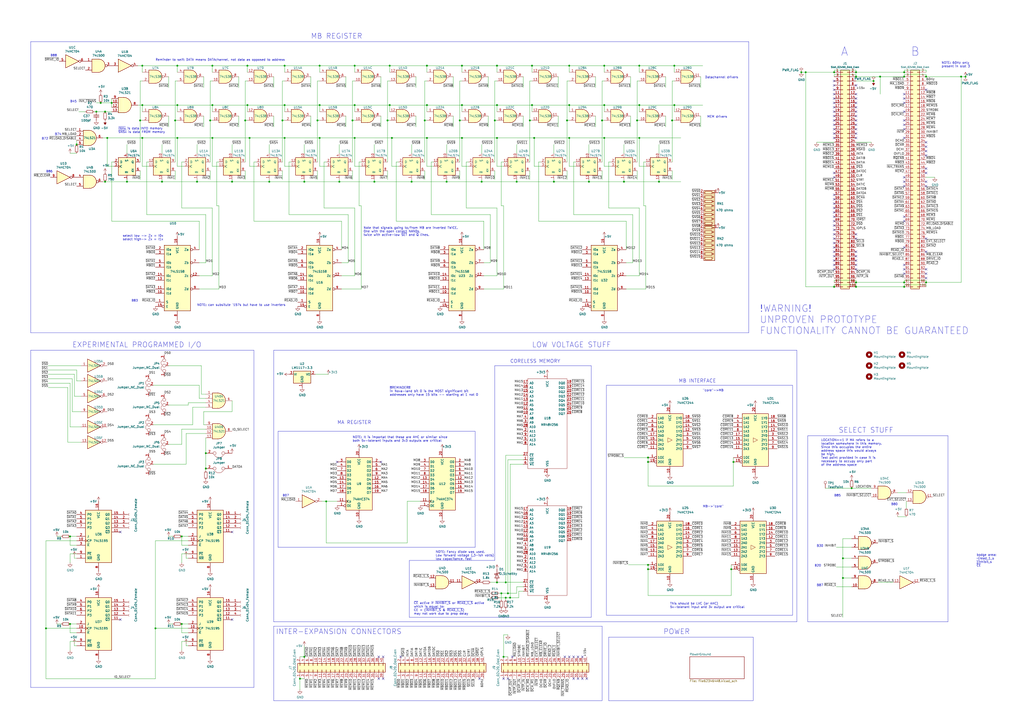
<source format=kicad_sch>
(kicad_sch (version 20230121) (generator eeschema)
  (paper "A2")
  (title_block (title "Nova FeRAM Memory Replacement") (date "2021-11-09") (rev "Mk. 0") (company "Cheese Car Systems"))
  (junction (at 382.27 105.41))
  (junction (at 226.06 38.1))
  (junction (at 119.38 262.89))
  (junction (at 226.06 60.96))
  (junction (at 389.89 69.85))
  (junction (at 483.87 41.91))
  (junction (at 105.41 361.95))
  (junction (at 143.51 38.1))
  (junction (at 341.63 105.41))
  (junction (at 330.2 38.1))
  (junction (at 288.29 80.01))
  (junction (at 82.55 38.1))
  (junction (at 238.76 105.41))
  (junction (at 224.79 69.85))
  (junction (at 375.92 267.97))
  (junction (at 26.67 364.49))
  (junction (at 308.61 38.1))
  (junction (at 292.1 381))
  (junction (at 123.19 60.96))
  (junction (at 60.96 105.41))
  (junction (at 217.17 105.41))
  (junction (at 102.87 80.01))
  (junction (at 330.2 60.96))
  (junction (at 81.28 69.85))
  (junction (at 55.88 64.77))
  (junction (at 288.29 337.82))
  (junction (at 163.83 69.85))
  (junction (at 308.61 60.96))
  (junction (at 506.73 46.99))
  (junction (at 40.64 311.15))
  (junction (at 101.6 69.85))
  (junction (at 370.84 38.1))
  (junction (at 247.65 80.01))
  (junction (at 102.87 60.96))
  (junction (at 370.84 60.96))
  (junction (at 44.45 83.82))
  (junction (at 82.55 80.01))
  (junction (at 156.21 105.41))
  (junction (at 121.92 69.85))
  (junction (at 123.19 80.01))
  (junction (at 496.57 166.37))
  (junction (at 173.99 393.7))
  (junction (at 142.24 69.85))
  (junction (at 267.97 80.01))
  (junction (at 494.03 283.21))
  (junction (at 247.65 60.96))
  (junction (at 82.55 60.96))
  (junction (at 185.42 80.01))
  (junction (at 488.95 323.85))
  (junction (at 425.45 267.97))
  (junction (at 165.1 80.01))
  (junction (at 330.2 80.01))
  (junction (at 350.52 38.1))
  (junction (at 293.37 337.82))
  (junction (at 279.4 105.41))
  (junction (at 123.19 38.1))
  (junction (at 267.97 60.96))
  (junction (at 496.57 41.91))
  (junction (at 391.16 60.96))
  (junction (at 321.31 105.41))
  (junction (at 247.65 38.1))
  (junction (at 62.23 80.01))
  (junction (at 496.57 163.83))
  (junction (at 524.51 44.45))
  (junction (at 60.96 64.77))
  (junction (at 105.41 311.15))
  (junction (at 205.74 80.01))
  (junction (at 165.1 60.96))
  (junction (at 524.51 163.83))
  (junction (at 184.15 69.85))
  (junction (at 246.38 69.85))
  (junction (at 560.07 44.45))
  (junction (at 369.57 69.85))
  (junction (at 102.87 38.1))
  (junction (at 58.42 59.69))
  (junction (at 350.52 60.96))
  (junction (at 185.42 38.1))
  (junction (at 537.21 163.83))
  (junction (at 227.33 80.01))
  (junction (at 205.74 60.96))
  (junction (at 537.21 44.45))
  (junction (at 189.23 290.83))
  (junction (at 266.7 69.85))
  (junction (at 375.92 330.2))
  (junction (at 488.95 335.28))
  (junction (at 267.97 38.1))
  (junction (at 176.53 105.41))
  (junction (at 288.29 38.1))
  (junction (at 524.51 166.37))
  (junction (at 165.1 38.1))
  (junction (at 93.98 105.41))
  (junction (at 288.29 60.96))
  (junction (at 375.92 265.43))
  (junction (at 196.85 105.41))
  (junction (at 496.57 44.45))
  (junction (at 40.64 361.95))
  (junction (at 467.36 41.91))
  (junction (at 73.66 105.41))
  (junction (at 293.37 346.71))
  (junction (at 204.47 69.85))
  (junction (at 290.83 344.17))
  (junction (at 349.25 69.85))
  (junction (at 143.51 60.96))
  (junction (at 185.42 60.96))
  (junction (at 176.53 381))
  (junction (at 370.84 80.01))
  (junction (at 144.78 80.01))
  (junction (at 361.95 105.41))
  (junction (at 134.62 105.41))
  (junction (at 328.93 69.85))
  (junction (at 309.88 80.01))
  (junction (at 294.64 344.17))
  (junction (at 510.54 44.45))
  (junction (at 391.16 38.1))
  (junction (at 119.38 271.78))
  (junction (at 259.08 105.41))
  (junction (at 375.92 327.66))
  (junction (at 524.51 41.91))
  (junction (at 307.34 69.85))
  (junction (at 483.87 166.37))
  (junction (at 424.18 330.2))
  (junction (at 114.3 105.41))
  (junction (at 90.17 364.49))
  (junction (at 295.91 346.71))
  (junction (at 205.74 38.1))
  (junction (at 287.02 69.85))
  (junction (at 299.72 105.41))
  (junction (at 64.77 59.69))
  (junction (at 350.52 80.01))
  (junction (at 557.53 44.45))
  (junction (at 464.82 41.91))
  (no_connect (at 537.21 87.63))
  (no_connect (at 496.57 49.53))
  (no_connect (at 483.87 102.87))
  (no_connect (at 524.51 102.87))
  (no_connect (at 496.57 74.93))
  (no_connect (at 537.21 82.55))
  (no_connect (at 496.57 148.59))
  (no_connect (at 219.71 381))
  (no_connect (at 69.85 308.61))
  (no_connect (at 483.87 59.69))
  (no_connect (at 483.87 74.93))
  (no_connect (at 496.57 67.31))
  (no_connect (at 327.66 381))
  (no_connect (at 524.51 107.95))
  (no_connect (at 483.87 156.21))
  (no_connect (at 537.21 52.07))
  (no_connect (at 483.87 80.01))
  (no_connect (at 483.87 46.99))
  (no_connect (at 496.57 54.61))
  (no_connect (at 219.71 393.7))
  (no_connect (at 496.57 135.89))
  (no_connect (at 524.51 153.67))
  (no_connect (at 496.57 62.23))
  (no_connect (at 483.87 128.27))
  (no_connect (at 483.87 67.31))
  (no_connect (at 294.64 393.7))
  (no_connect (at 537.21 85.09))
  (no_connect (at 483.87 77.47))
  (no_connect (at 537.21 90.17))
  (no_connect (at 483.87 120.65))
  (no_connect (at 537.21 100.33))
  (no_connect (at 524.51 64.77))
  (no_connect (at 537.21 138.43))
  (no_connect (at 335.28 393.7))
  (no_connect (at 483.87 143.51))
  (no_connect (at 496.57 69.85))
  (no_connect (at 483.87 138.43))
  (no_connect (at 524.51 80.01))
  (no_connect (at 524.51 105.41))
  (no_connect (at 483.87 49.53))
  (no_connect (at 483.87 148.59))
  (no_connect (at 537.21 158.75))
  (no_connect (at 278.13 393.7))
  (no_connect (at 483.87 54.61))
  (no_connect (at 297.18 381))
  (no_connect (at 496.57 59.69))
  (no_connect (at 524.51 59.69))
  (no_connect (at 483.87 115.57))
  (no_connect (at 524.51 54.61))
  (no_connect (at 524.51 128.27))
  (no_connect (at 220.98 267.97))
  (no_connect (at 537.21 105.41))
  (no_connect (at 292.1 393.7))
  (no_connect (at 524.51 74.93))
  (no_connect (at 483.87 125.73))
  (no_connect (at 524.51 57.15))
  (no_connect (at 195.58 267.97))
  (no_connect (at 483.87 62.23))
  (no_connect (at 537.21 161.29))
  (no_connect (at 537.21 146.05))
  (no_connect (at 483.87 153.67))
  (no_connect (at 496.57 156.21))
  (no_connect (at 483.87 113.03))
  (no_connect (at 483.87 69.85))
  (no_connect (at 483.87 100.33))
  (no_connect (at 524.51 72.39))
  (no_connect (at 222.25 381))
  (no_connect (at 483.87 133.35))
  (no_connect (at 483.87 140.97))
  (no_connect (at 537.21 97.79))
  (no_connect (at 524.51 156.21))
  (no_connect (at 524.51 158.75))
  (no_connect (at 134.62 359.41))
  (no_connect (at 483.87 52.07))
  (no_connect (at 222.25 393.7))
  (no_connect (at 496.57 77.47))
  (no_connect (at 537.21 107.95))
  (no_connect (at 134.62 308.61))
  (no_connect (at 483.87 135.89))
  (no_connect (at 496.57 57.15))
  (no_connect (at 496.57 80.01))
  (no_connect (at 337.82 381))
  (no_connect (at 483.87 146.05))
  (no_connect (at 69.85 359.41))
  (no_connect (at 496.57 138.43))
  (no_connect (at 496.57 151.13))
  (no_connect (at 330.2 381))
  (no_connect (at 524.51 125.73))
  (no_connect (at 524.51 143.51))
  (no_connect (at 483.87 151.13))
  (no_connect (at 496.57 64.77))
  (no_connect (at 332.74 393.7))
  (no_connect (at 335.28 381))
  (no_connect (at 332.74 381))
  (no_connect (at 483.87 130.81))
  (no_connect (at 496.57 72.39))
  (no_connect (at 337.82 393.7))
  (no_connect (at 524.51 69.85))
  (no_connect (at 483.87 64.77))
  (no_connect (at 483.87 57.15))
  (no_connect (at 483.87 118.11))
  (no_connect (at 496.57 146.05))
  (no_connect (at 483.87 123.19))
  (no_connect (at 537.21 156.21))
  (no_connect (at 483.87 72.39))
  (no_connect (at 340.36 393.7))
  (no_connect (at 496.57 153.67))
  (no_connect (at 232.41 381))
  (wire (pts (xy 288.29 60.96) (xy 288.29 64.77)))
  (wire (pts (xy 123.19 38.1) (xy 123.19 41.91)))
  (wire (pts (xy 241.3 67.31) (xy 241.3 73.66)))
  (wire (pts (xy 40.64 222.25) (xy 40.64 247.65)))
  (wire (pts (xy 287.02 69.85) (xy 288.29 69.85)))
  (wire (pts (xy 267.97 38.1) (xy 288.29 38.1)))
  (wire (pts (xy 328.93 46.99) (xy 328.93 69.85)))
  (wire (pts (xy 313.69 93.98) (xy 312.42 93.98)))
  (wire (pts (xy 334.01 93.98) (xy 332.74 93.98)))
  (wire (pts (xy 119.38 262.89) (xy 119.38 271.78)))
  (polyline (pts (xy 549.91 360.68) (xy 549.91 252.73)))
  (wire (pts (xy 370.84 80.01) (xy 394.97 80.01)))
  (wire (pts (xy 114.3 104.14) (xy 114.3 105.41)))
  (wire (pts (xy 185.42 96.52) (xy 189.23 96.52)))
  (wire (pts (xy 90.17 393.7) (xy 90.17 364.49)))
  (wire (pts (xy 247.65 96.52) (xy 251.46 96.52)))
  (wire (pts (xy 226.06 46.99) (xy 224.79 46.99)))
  (wire (pts (xy 165.1 38.1) (xy 185.42 38.1)))
  (wire (pts (xy 54.61 64.77) (xy 55.88 64.77)))
  (wire (pts (xy 134.62 88.9) (xy 134.62 83.82)))
  (wire (pts (xy 143.51 38.1) (xy 165.1 38.1)))
  (wire (pts (xy 26.67 393.7) (xy 90.17 393.7)))
  (wire (pts (xy 105.41 257.81) (xy 105.41 248.92)))
  (wire (pts (xy 288.29 160.02) (xy 280.67 160.02)))
  (wire (pts (xy 204.47 69.85) (xy 204.47 46.99)))
  (wire (pts (xy 101.6 69.85) (xy 101.6 93.98)))
  (wire (pts (xy 251.46 93.98) (xy 250.19 93.98)))
  (wire (pts (xy 303.53 67.31) (xy 303.53 73.66)))
  (wire (pts (xy 82.55 80.01) (xy 102.87 80.01)))
  (wire (pts (xy 369.57 69.85) (xy 369.57 93.98)))
  (wire (pts (xy 309.88 96.52) (xy 313.69 96.52)))
  (wire (pts (xy 537.21 40.64) (xy 524.51 40.64)))
  (wire (pts (xy 121.92 99.06) (xy 121.92 104.14)))
  (wire (pts (xy 537.21 165.1) (xy 537.21 166.37)))
  (wire (pts (xy 97.79 212.09) (xy 116.84 212.09)))
  (wire (pts (xy 189.23 290.83) (xy 189.23 314.96)))
  (wire (pts (xy 82.55 60.96) (xy 80.01 60.96)))
  (wire (pts (xy 292.1 93.98) (xy 290.83 93.98)))
  (polyline (pts (xy 351.79 223.52) (xy 459.74 223.52)))
  (wire (pts (xy 464.82 41.91) (xy 467.36 41.91)))
  (wire (pts (xy 81.28 99.06) (xy 81.28 104.14)))
  (wire (pts (xy 312.42 93.98) (xy 312.42 128.27)))
  (polyline (pts (xy 17.78 193.04) (xy 17.78 24.13)))
  (wire (pts (xy 205.74 160.02) (xy 198.12 160.02)))
  (wire (pts (xy 375.92 265.43) (xy 375.92 267.97)))
  (wire (pts (xy 44.45 321.31) (xy 40.64 321.31)))
  (wire (pts (xy 165.1 46.99) (xy 163.83 46.99)))
  (wire (pts (xy 406.4 50.8) (xy 406.4 44.45)))
  (wire (pts (xy 44.45 214.63) (xy 44.45 220.98)))
  (wire (pts (xy 341.63 105.41) (xy 361.95 105.41)))
  (wire (pts (xy 44.45 220.98) (xy 46.99 220.98)))
  (wire (pts (xy 238.76 105.41) (xy 259.08 105.41)))
  (polyline (pts (xy 436.88 369.57) (xy 353.06 369.57)))
  (wire (pts (xy 375.92 345.44) (xy 424.18 345.44)))
  (wire (pts (xy 537.21 43.18) (xy 537.21 44.45)))
  (wire (pts (xy 227.33 80.01) (xy 247.65 80.01)))
  (wire (pts (xy 116.84 228.6) (xy 119.38 228.6)))
  (wire (pts (xy 134.62 238.76) (xy 118.11 238.76)))
  (wire (pts (xy 367.03 124.46) (xy 332.74 124.46)))
  (wire (pts (xy 295.91 346.71) (xy 295.91 269.24)))
  (wire (pts (xy 354.33 93.98) (xy 353.06 93.98)))
  (wire (pts (xy 109.22 323.85) (xy 107.95 323.85)))
  (wire (pts (xy 144.78 80.01) (xy 165.1 80.01)))
  (polyline (pts (xy 342.9 358.14) (xy 342.9 212.09)))
  (wire (pts (xy 370.84 96.52) (xy 374.65 96.52)))
  (wire (pts (xy 308.61 38.1) (xy 308.61 41.91)))
  (wire (pts (xy 293.37 337.82) (xy 293.37 264.16)))
  (wire (pts (xy 236.22 314.96) (xy 236.22 290.83)))
  (wire (pts (xy 105.41 311.15) (xy 109.22 311.15)))
  (polyline (pts (xy 462.28 360.68) (xy 158.75 360.68)))
  (wire (pts (xy 134.62 232.41) (xy 134.62 238.76)))
  (wire (pts (xy 82.55 38.1) (xy 82.55 41.91)))
  (wire (pts (xy 82.55 38.1) (xy 102.87 38.1)))
  (wire (pts (xy 496.57 163.83) (xy 524.51 163.83)))
  (wire (pts (xy 224.79 69.85) (xy 224.79 93.98)))
  (wire (pts (xy 209.55 119.38) (xy 209.55 167.64)))
  (wire (pts (xy 43.18 323.85) (xy 43.18 322.58)))
  (wire (pts (xy 217.17 105.41) (xy 238.76 105.41)))
  (wire (pts (xy 299.72 344.17) (xy 299.72 340.36)))
  (wire (pts (xy 350.52 80.01) (xy 350.52 96.52)))
  (wire (pts (xy 123.19 38.1) (xy 143.51 38.1)))
  (wire (pts (xy 280.67 144.78) (xy 280.67 128.27)))
  (wire (pts (xy 375.92 281.94) (xy 425.45 281.94)))
  (wire (pts (xy 142.24 69.85) (xy 142.24 93.98)))
  (wire (pts (xy 64.77 62.23) (xy 64.77 59.69)))
  (wire (pts (xy 424.18 345.44) (xy 424.18 330.2)))
  (wire (pts (xy 425.45 267.97) (xy 425.45 265.43)))
  (wire (pts (xy 290.83 344.17) (xy 290.83 347.98)))
  (wire (pts (xy 425.45 281.94) (xy 425.45 267.97)))
  (wire (pts (xy 62.23 96.52) (xy 62.23 80.01)))
  (wire (pts (xy 97.79 361.95) (xy 100.33 361.95)))
  (wire (pts (xy 163.83 69.85) (xy 163.83 93.98)))
  (wire (pts (xy 123.19 160.02) (xy 115.57 160.02)))
  (wire (pts (xy 330.2 46.99) (xy 328.93 46.99)))
  (wire (pts (xy 109.22 316.23) (xy 105.41 316.23)))
  (wire (pts (xy 308.61 60.96) (xy 288.29 60.96)))
  (wire (pts (xy 81.28 69.85) (xy 82.55 69.85)))
  (wire (pts (xy 123.19 60.96) (xy 123.19 64.77)))
  (wire (pts (xy 483.87 162.56) (xy 483.87 163.83)))
  (wire (pts (xy 292.1 381) (xy 292.1 368.3)))
  (wire (pts (xy 90.17 364.49) (xy 90.17 313.69)))
  (wire (pts (xy 307.34 46.99) (xy 307.34 69.85)))
  (polyline (pts (xy 147.32 203.2) (xy 147.32 398.78)))
  (wire (pts (xy 226.06 60.96) (xy 247.65 60.96)))
  (wire (pts (xy 93.98 104.14) (xy 93.98 105.41)))
  (wire (pts (xy 524.51 163.83) (xy 524.51 162.56)))
  (wire (pts (xy 40.64 361.95) (xy 44.45 361.95)))
  (polyline (pts (xy 459.74 223.52) (xy 459.74 356.87)))
  (wire (pts (xy 307.34 99.06) (xy 307.34 104.14)))
  (wire (pts (xy 494.03 340.36) (xy 485.14 340.36)))
  (polyline (pts (xy 158.75 203.2) (xy 462.28 203.2)))
  (wire (pts (xy 167.64 93.98) (xy 167.64 124.46)))
  (wire (pts (xy 109.22 374.65) (xy 107.95 374.65)))
  (wire (pts (xy 524.51 40.64) (xy 524.51 41.91)))
  (wire (pts (xy 374.65 167.64) (xy 363.22 167.64)))
  (wire (pts (xy 373.38 93.98) (xy 373.38 119.38)))
  (wire (pts (xy 294.64 266.7) (xy 294.64 344.17)))
  (wire (pts (xy 266.7 46.99) (xy 267.97 46.99)))
  (wire (pts (xy 45.72 64.77) (xy 49.53 64.77)))
  (wire (pts (xy 370.84 60.96) (xy 350.52 60.96)))
  (wire (pts (xy 41.91 238.76) (xy 46.99 238.76)))
  (wire (pts (xy 488.95 323.85) (xy 494.03 323.85)))
  (wire (pts (xy 370.84 60.96) (xy 370.84 64.77)))
  (wire (pts (xy 292.1 119.38) (xy 292.1 167.64)))
  (wire (pts (xy 361.95 104.14) (xy 361.95 105.41)))
  (wire (pts (xy 200.66 44.45) (xy 200.66 50.8)))
  (wire (pts (xy 102.87 96.52) (xy 106.68 96.52)))
  (wire (pts (xy 41.91 219.71) (xy 41.91 238.76)))
  (wire (pts (xy 308.61 38.1) (xy 330.2 38.1)))
  (polyline (pts (xy 147.32 398.78) (xy 17.78 398.78)))
  (wire (pts (xy 341.63 104.14) (xy 341.63 105.41)))
  (wire (pts (xy 119.38 152.4) (xy 119.38 124.46)))
  (wire (pts (xy 107.95 323.85) (xy 107.95 322.58)))
  (wire (pts (xy 40.64 247.65) (xy 46.99 247.65)))
  (wire (pts (xy 370.84 80.01) (xy 370.84 96.52)))
  (polyline (pts (xy 17.78 398.78) (xy 17.78 203.2)))
  (wire (pts (xy 109.22 367.03) (xy 105.41 367.03)))
  (wire (pts (xy 196.85 105.41) (xy 217.17 105.41)))
  (wire (pts (xy 292.1 167.64) (xy 280.67 167.64)))
  (wire (pts (xy 62.23 80.01) (xy 82.55 80.01)))
  (wire (pts (xy 163.83 99.06) (xy 163.83 104.14)))
  (wire (pts (xy 43.18 229.87) (xy 46.99 229.87)))
  (wire (pts (xy 349.25 69.85) (xy 349.25 93.98)))
  (wire (pts (xy 114.3 88.9) (xy 114.3 83.82)))
  (wire (pts (xy 209.55 167.64) (xy 198.12 167.64)))
  (wire (pts (xy 105.41 93.98) (xy 105.41 120.65)))
  (wire (pts (xy 483.87 40.64) (xy 483.87 41.91)))
  (wire (pts (xy 375.92 267.97) (xy 375.92 281.94)))
  (wire (pts (xy 93.98 105.41) (xy 114.3 105.41)))
  (wire (pts (xy 332.74 93.98) (xy 332.74 124.46)))
  (wire (pts (xy 467.36 166.37) (xy 483.87 166.37)))
  (wire (pts (xy 205.74 96.52) (xy 209.55 96.52)))
  (polyline (pts (xy 549.91 252.73) (xy 468.63 252.73)))
  (wire (pts (xy 116.84 212.09) (xy 116.84 228.6)))
  (wire (pts (xy 165.1 38.1) (xy 165.1 41.91)))
  (polyline (pts (xy 342.9 212.09) (xy 287.02 212.09)))
  (wire (pts (xy 138.43 44.45) (xy 138.43 50.8)))
  (wire (pts (xy 227.33 96.52) (xy 231.14 96.52)))
  (wire (pts (xy 520.7 299.72) (xy 525.78 299.72)))
  (wire (pts (xy 375.92 330.2) (xy 375.92 345.44)))
  (wire (pts (xy 294.64 344.17) (xy 299.72 344.17)))
  (wire (pts (xy 123.19 80.01) (xy 123.19 96.52)))
  (wire (pts (xy 123.19 120.65) (xy 123.19 160.02)))
  (polyline (pts (xy 287.02 212.09) (xy 287.02 325.12)))
  (wire (pts (xy 293.37 346.71) (xy 293.37 347.98)))
  (wire (pts (xy 266.7 69.85) (xy 266.7 93.98)))
  (wire (pts (xy 391.16 38.1) (xy 407.67 38.1)))
  (wire (pts (xy 73.66 105.41) (xy 93.98 105.41)))
  (wire (pts (xy 524.51 162.56) (xy 537.21 162.56)))
  (polyline (pts (xy 17.78 24.13) (xy 434.34 24.13)))
  (wire (pts (xy 341.63 88.9) (xy 341.63 83.82)))
  (wire (pts (xy 259.08 104.14) (xy 259.08 105.41)))
  (polyline (pts (xy 459.74 356.87) (xy 351.79 356.87)))
  (wire (pts (xy 557.53 44.45) (xy 560.07 44.45)))
  (wire (pts (xy 323.85 67.31) (xy 323.85 73.66)))
  (wire (pts (xy 289.56 344.17) (xy 290.83 344.17)))
  (wire (pts (xy 148.59 93.98) (xy 147.32 93.98)))
  (wire (pts (xy 350.52 96.52) (xy 354.33 96.52)))
  (wire (pts (xy 102.87 60.96) (xy 102.87 64.77)))
  (wire (pts (xy 290.83 344.17) (xy 294.64 344.17)))
  (wire (pts (xy 246.38 46.99) (xy 246.38 69.85)))
  (wire (pts (xy 143.51 38.1) (xy 143.51 41.91)))
  (wire (pts (xy 224.79 46.99) (xy 224.79 69.85)))
  (wire (pts (xy 134.62 105.41) (xy 156.21 105.41)))
  (wire (pts (xy 510.54 44.45) (xy 524.51 44.45)))
  (wire (pts (xy 361.95 88.9) (xy 361.95 83.82)))
  (wire (pts (xy 369.57 69.85) (xy 370.84 69.85)))
  (wire (pts (xy 158.75 67.31) (xy 158.75 73.66)))
  (wire (pts (xy 44.45 367.03) (xy 40.64 367.03)))
  (wire (pts (xy 205.74 80.01) (xy 227.33 80.01)))
  (wire (pts (xy 236.22 290.83) (xy 243.84 290.83)))
  (wire (pts (xy 284.48 124.46) (xy 250.19 124.46)))
  (wire (pts (xy 101.6 69.85) (xy 102.87 69.85)))
  (wire (pts (xy 369.57 99.06) (xy 369.57 104.14)))
  (wire (pts (xy 289.56 346.71) (xy 293.37 346.71)))
  (wire (pts (xy 382.27 88.9) (xy 382.27 83.82)))
  (wire (pts (xy 267.97 80.01) (xy 267.97 96.52)))
  (wire (pts (xy 350.52 80.01) (xy 370.84 80.01)))
  (wire (pts (xy 308.61 60.96) (xy 308.61 64.77)))
  (wire (pts (xy 39.37 224.79) (xy 39.37 256.54)))
  (wire (pts (xy 127 93.98) (xy 125.73 93.98)))
  (wire (pts (xy 163.83 69.85) (xy 165.1 69.85)))
  (wire (pts (xy 288.29 120.65) (xy 288.29 160.02)))
  (wire (pts (xy 82.55 46.99) (xy 81.28 46.99)))
  (wire (pts (xy 288.29 60.96) (xy 267.97 60.96)))
  (wire (pts (xy 101.6 69.85) (xy 101.6 46.99)))
  (wire (pts (xy 537.21 41.91) (xy 537.21 40.64)))
  (wire (pts (xy 168.91 93.98) (xy 167.64 93.98)))
  (wire (pts (xy 101.6 46.99) (xy 102.87 46.99)))
  (wire (pts (xy 280.67 128.27) (xy 229.87 128.27)))
  (wire (pts (xy 189.23 314.96) (xy 236.22 314.96)))
  (wire (pts (xy 478.79 283.21) (xy 494.03 283.21)))
  (wire (pts (xy 290.83 119.38) (xy 292.1 119.38)))
  (wire (pts (xy 345.44 44.45) (xy 345.44 50.8)))
  (wire (pts (xy 102.87 38.1) (xy 123.19 38.1)))
  (wire (pts (xy 496.57 163.83) (xy 496.57 162.56)))
  (wire (pts (xy 485.14 317.5) (xy 494.03 317.5)))
  (wire (pts (xy 309.88 96.52) (xy 309.88 80.01)))
  (wire (pts (xy 205.74 120.65) (xy 205.74 160.02)))
  (wire (pts (xy 330.2 38.1) (xy 330.2 41.91)))
  (wire (pts (xy 40.64 321.31) (xy 40.64 326.39)))
  (wire (pts (xy 288.29 80.01) (xy 309.88 80.01)))
  (wire (pts (xy 205.74 38.1) (xy 226.06 38.1)))
  (wire (pts (xy 208.28 119.38) (xy 209.55 119.38)))
  (wire (pts (xy 226.06 60.96) (xy 205.74 60.96)))
  (wire (pts (xy 40.64 372.11) (xy 40.64 377.19)))
  (wire (pts (xy 537.21 102.87) (xy 542.29 102.87)))
  (wire (pts (xy 82.55 96.52) (xy 86.36 96.52)))
  (wire (pts (xy 119.38 254) (xy 119.38 262.89)))
  (wire (pts (xy 267.97 60.96) (xy 267.97 64.77)))
  (wire (pts (xy 105.41 372.11) (xy 105.41 377.19)))
  (wire (pts (xy 33.02 311.15) (xy 35.56 311.15)))
  (wire (pts (xy 266.7 69.85) (xy 266.7 46.99)))
  (wire (pts (xy 165.1 60.96) (xy 165.1 64.77)))
  (wire (pts (xy 60.96 64.77) (xy 64.77 64.77)))
  (wire (pts (xy 226.06 38.1) (xy 247.65 38.1)))
  (polyline (pts (xy 353.06 406.4) (xy 436.88 406.4)))
  (wire (pts (xy 115.57 128.27) (xy 64.77 128.27)))
  (wire (pts (xy 345.44 67.31) (xy 345.44 73.66)))
  (wire (pts (xy 496.57 166.37) (xy 524.51 166.37)))
  (wire (pts (xy 134.62 104.14) (xy 134.62 105.41)))
  (wire (pts (xy 557.53 163.83) (xy 537.21 163.83)))
  (wire (pts (xy 180.34 67.31) (xy 180.34 73.66)))
  (wire (pts (xy 109.22 372.11) (xy 105.41 372.11)))
  (wire (pts (xy 287.02 46.99) (xy 288.29 46.99)))
  (wire (pts (xy 307.34 69.85) (xy 308.61 69.85)))
  (wire (pts (xy 142.24 99.06) (xy 142.24 104.14)))
  (polyline (pts (xy 161.29 250.19) (xy 161.29 317.5)))
  (wire (pts (xy 26.67 364.49) (xy 26.67 393.7)))
  (wire (pts (xy 367.03 152.4) (xy 367.03 124.46)))
  (polyline (pts (xy 468.63 252.73) (xy 468.63 360.68)))
  (wire (pts (xy 176.53 374.65) (xy 176.53 381)))
  (wire (pts (xy 328.93 99.06) (xy 328.93 104.14)))
  (wire (pts (xy 196.85 88.9) (xy 196.85 83.82)))
  (wire (pts (xy 330.2 80.01) (xy 350.52 80.01)))
  (wire (pts (xy 106.68 93.98) (xy 105.41 93.98)))
  (wire (pts (xy 496.57 44.45) (xy 496.57 43.18)))
  (wire (pts (xy 496.57 43.18) (xy 483.87 43.18)))
  (wire (pts (xy 271.78 93.98) (xy 270.51 93.98)))
  (wire (pts (xy 467.36 41.91) (xy 483.87 41.91)))
  (wire (pts (xy 26.67 313.69) (xy 26.67 364.49)))
  (wire (pts (xy 496.57 44.45) (xy 510.54 44.45)))
  (wire (pts (xy 156.21 104.14) (xy 156.21 105.41)))
  (wire (pts (xy 293.37 346.71) (xy 295.91 346.71)))
  (wire (pts (xy 247.65 60.96) (xy 247.65 64.77)))
  (wire (pts (xy 184.15 69.85) (xy 184.15 93.98)))
  (wire (pts (xy 119.38 271.78) (xy 119.38 273.05)))
  (wire (pts (xy 107.95 374.65) (xy 107.95 373.38)))
  (wire (pts (xy 270.51 120.65) (xy 288.29 120.65)))
  (wire (pts (xy 424.18 330.2) (xy 424.18 327.66)))
  (wire (pts (xy 227.33 96.52) (xy 227.33 80.01)))
  (wire (pts (xy 109.22 234.95) (xy 109.22 233.68)))
  (wire (pts (xy 44.45 316.23) (xy 40.64 316.23)))
  (polyline (pts (xy 434.34 193.04) (xy 17.78 193.04)))
  (polyline (pts (xy 353.06 369.57) (xy 353.06 406.4)))
  (wire (pts (xy 142.24 69.85) (xy 143.51 69.85)))
  (wire (pts (xy 73.66 104.14) (xy 73.66 105.41)))
  (wire (pts (xy 44.45 374.65) (xy 43.18 374.65)))
  (wire (pts (xy 467.36 41.91) (xy 467.36 166.37)))
  (wire (pts (xy 204.47 69.85) (xy 204.47 93.98)))
  (wire (pts (xy 483.87 166.37) (xy 483.87 165.1)))
  (wire (pts (xy 496.57 46.99) (xy 506.73 46.99)))
  (wire (pts (xy 288.29 80.01) (xy 288.29 96.52)))
  (wire (pts (xy 284.48 337.82) (xy 288.29 337.82)))
  (wire (pts (xy 111.76 236.22) (xy 119.38 236.22)))
  (wire (pts (xy 259.08 105.41) (xy 279.4 105.41)))
  (wire (pts (xy 330.2 60.96) (xy 330.2 64.77)))
  (wire (pts (xy 349.25 69.85) (xy 350.52 69.85)))
  (wire (pts (xy 246.38 99.06) (xy 246.38 104.14)))
  (wire (pts (xy 187.96 93.98) (xy 187.96 120.65)))
  (wire (pts (xy 27.94 217.17) (xy 43.18 217.17)))
  (wire (pts (xy 217.17 104.14) (xy 217.17 105.41)))
  (wire (pts (xy 204.47 99.06) (xy 204.47 104.14)))
  (wire (pts (xy 44.45 88.9) (xy 40.64 88.9)))
  (wire (pts (xy 299.72 340.36) (xy 303.53 340.36)))
  (wire (pts (xy 88.9 269.24) (xy 107.95 269.24)))
  (wire (pts (xy 184.15 46.99) (xy 185.42 46.99)))
  (polyline (pts (xy 468.63 360.68) (xy 549.91 360.68)))
  (wire (pts (xy 119.38 124.46) (xy 85.09 124.46)))
  (wire (pts (xy 189.23 93.98) (xy 187.96 93.98)))
  (wire (pts (xy 247.65 80.01) (xy 247.65 96.52)))
  (wire (pts (xy 386.08 44.45) (xy 386.08 50.8)))
  (wire (pts (xy 123.19 60.96) (xy 102.87 60.96)))
  (wire (pts (xy 250.19 93.98) (xy 250.19 124.46)))
  (wire (pts (xy 391.16 60.96) (xy 370.84 60.96)))
  (wire (pts (xy 186.69 290.83) (xy 189.23 290.83)))
  (wire (pts (xy 165.1 80.01) (xy 185.42 80.01)))
  (wire (pts (xy 97.79 234.95) (xy 109.22 234.95)))
  (wire (pts (xy 259.08 88.9) (xy 259.08 83.82)))
  (wire (pts (xy 361.95 265.43) (xy 375.92 265.43)))
  (wire (pts (xy 373.38 119.38) (xy 374.65 119.38)))
  (wire (pts (xy 105.41 120.65) (xy 123.19 120.65)))
  (wire (pts (xy 180.34 44.45) (xy 180.34 50.8)))
  (wire (pts (xy 185.42 38.1) (xy 205.74 38.1)))
  (wire (pts (xy 524.51 166.37) (xy 524.51 165.1)))
  (wire (pts (xy 510.54 44.45) (xy 510.54 54.61)))
  (wire (pts (xy 299.72 105.41) (xy 321.31 105.41)))
  (wire (pts (xy 365.76 44.45) (xy 365.76 50.8)))
  (wire (pts (xy 300.99 342.9) (xy 303.53 342.9)))
  (wire (pts (xy 27.94 224.79) (xy 39.37 224.79)))
  (wire (pts (xy 238.76 83.82) (xy 238.76 88.9)))
  (wire (pts (xy 363.22 144.78) (xy 363.22 128.27)))
  (wire (pts (xy 303.53 44.45) (xy 303.53 50.8)))
  (polyline (pts (xy 351.79 356.87) (xy 351.79 223.52)))
  (wire (pts (xy 537.21 44.45) (xy 557.53 44.45)))
  (wire (pts (xy 524.51 165.1) (xy 537.21 165.1)))
  (wire (pts (xy 39.37 256.54) (xy 46.99 256.54)))
  (wire (pts (xy 102.87 80.01) (xy 102.87 96.52)))
  (wire (pts (xy 118.11 67.31) (xy 118.11 73.66)))
  (wire (pts (xy 59.69 80.01) (xy 62.23 80.01)))
  (wire (pts (xy 85.09 93.98) (xy 85.09 124.46)))
  (wire (pts (xy 262.89 67.31) (xy 262.89 73.66)))
  (wire (pts (xy 184.15 99.06) (xy 184.15 104.14)))
  (wire (pts (xy 363.22 128.27) (xy 312.42 128.27)))
  (wire (pts (xy 224.79 69.85) (xy 226.06 69.85)))
  (wire (pts (xy 330.2 38.1) (xy 350.52 38.1)))
  (wire (pts (xy 349.25 99.06) (xy 349.25 104.14)))
  (wire (pts (xy 27.94 214.63) (xy 44.45 214.63)))
  (wire (pts (xy 109.22 233.68) (xy 119.38 233.68)))
  (wire (pts (xy 509.27 337.82) (xy 518.16 337.82)))
  (wire (pts (xy 488.95 312.42) (xy 494.03 312.42)))
  (wire (pts (xy 156.21 105.41) (xy 176.53 105.41)))
  (wire (pts (xy 114.3 105.41) (xy 134.62 105.41)))
  (wire (pts (xy 267.97 38.1) (xy 267.97 41.91)))
  (wire (pts (xy 208.28 93.98) (xy 208.28 119.38)))
  (wire (pts (xy 293.37 337.82) (xy 303.53 337.82)))
  (wire (pts (xy 107.95 269.24) (xy 107.95 251.46)))
  (wire (pts (xy 321.31 83.82) (xy 321.31 88.9)))
  (wire (pts (xy 156.21 83.82) (xy 156.21 88.9)))
  (wire (pts (xy 184.15 69.85) (xy 184.15 46.99)))
  (wire (pts (xy 165.1 96.52) (xy 168.91 96.52)))
  (wire (pts (xy 81.28 46.99) (xy 81.28 69.85)))
  (wire (pts (xy 299.72 104.14) (xy 299.72 105.41)))
  (wire (pts (xy 123.19 96.52) (xy 127 96.52)))
  (wire (pts (xy 485.14 328.93) (xy 494.03 328.93)))
  (polyline (pts (xy 161.29 317.5) (xy 275.59 317.5)))
  (wire (pts (xy 386.08 67.31) (xy 386.08 73.66)))
  (wire (pts (xy 349.25 69.85) (xy 349.25 46.99)))
  (wire (pts (xy 483.87 165.1) (xy 496.57 165.1)))
  (polyline (pts (xy 158.75 363.22) (xy 349.25 363.22)))
  (wire (pts (xy 241.3 50.8) (xy 241.3 44.45)))
  (wire (pts (xy 200.66 67.31) (xy 200.66 73.66)))
  (wire (pts (xy 323.85 50.8) (xy 323.85 44.45)))
  (wire (pts (xy 185.42 60.96) (xy 165.1 60.96)))
  (wire (pts (xy 328.93 69.85) (xy 330.2 69.85)))
  (wire (pts (xy 391.16 38.1) (xy 391.16 41.91)))
  (wire (pts (xy 55.88 59.69) (xy 58.42 59.69)))
  (wire (pts (xy 205.74 60.96) (xy 205.74 64.77)))
  (wire (pts (xy 209.55 93.98) (xy 208.28 93.98)))
  (polyline (pts (xy 158.75 406.4) (xy 158.75 363.22)))
  (wire (pts (xy 185.42 38.1) (xy 185.42 41.91)))
  (wire (pts (xy 44.45 81.28) (xy 44.45 83.82)))
  (wire (pts (xy 266.7 99.06) (xy 266.7 104.14)))
  (wire (pts (xy 287.02 69.85) (xy 287.02 46.99)))
  (polyline (pts (xy 287.02 325.12) (xy 237.49 325.12)))
  (wire (pts (xy 90.17 313.69) (xy 109.22 313.69)))
  (wire (pts (xy 102.87 80.01) (xy 123.19 80.01)))
  (wire (pts (xy 288.29 38.1) (xy 288.29 41.91)))
  (wire (pts (xy 86.36 93.98) (xy 85.09 93.98)))
  (wire (pts (xy 374.65 119.38) (xy 374.65 167.64)))
  (wire (pts (xy 279.4 105.41) (xy 299.72 105.41)))
  (wire (pts (xy 389.89 69.85) (xy 391.16 69.85)))
  (wire (pts (xy 247.65 46.99) (xy 246.38 46.99)))
  (polyline (pts (xy 349.25 406.4) (xy 158.75 406.4)))
  (wire (pts (xy 283.21 67.31) (xy 283.21 73.66)))
  (wire (pts (xy 27.94 219.71) (xy 41.91 219.71)))
  (wire (pts (xy 176.53 104.14) (xy 176.53 105.41)))
  (wire (pts (xy 353.06 120.65) (xy 370.84 120.65)))
  (wire (pts (xy 290.83 93.98) (xy 290.83 119.38)))
  (wire (pts (xy 279.4 88.9) (xy 279.4 83.82)))
  (wire (pts (xy 201.93 152.4) (xy 201.93 124.46)))
  (wire (pts (xy 26.67 364.49) (xy 44.45 364.49)))
  (wire (pts (xy 176.53 381) (xy 173.99 381)))
  (wire (pts (xy 350.52 38.1) (xy 370.84 38.1)))
  (wire (pts (xy 294.64 381) (xy 292.1 381)))
  (wire (pts (xy 60.96 105.41) (xy 73.66 105.41)))
  (wire (pts (xy 224.79 99.06) (xy 224.79 104.14)))
  (wire (pts (xy 185.42 60.96) (xy 185.42 64.77)))
  (wire (pts (xy 350.52 60.96) (xy 350.52 64.77)))
  (wire (pts (xy 391.16 46.99) (xy 389.89 46.99)))
  (wire (pts (xy 370.84 38.1) (xy 391.16 38.1)))
  (wire (pts (xy 143.51 46.99) (xy 142.24 46.99)))
  (wire (pts (xy 524.51 44.45) (xy 524.51 43.18)))
  (wire (pts (xy 198.12 144.78) (xy 198.12 128.27)))
  (wire (pts (xy 350.52 38.1) (xy 350.52 41.91)))
  (wire (pts (xy 283.21 44.45) (xy 283.21 50.8)))
  (wire (pts (xy 121.92 46.99) (xy 123.19 46.99)))
  (wire (pts (xy 247.65 80.01) (xy 267.97 80.01)))
  (wire (pts (xy 143.51 60.96) (xy 165.1 60.96)))
  (wire (pts (xy 375.92 327.66) (xy 375.92 330.2)))
  (wire (pts (xy 321.31 104.14) (xy 321.31 105.41)))
  (wire (pts (xy 125.73 93.98) (xy 125.73 119.38)))
  (wire (pts (xy 488.95 323.85) (xy 488.95 312.42)))
  (wire (pts (xy 525.78 290.83) (xy 525.78 294.64)))
  (wire (pts (xy 189.23 290.83) (xy 195.58 290.83)))
  (wire (pts (xy 262.89 44.45) (xy 262.89 50.8)))
  (wire (pts (xy 389.89 99.06) (xy 389.89 104.14)))
  (wire (pts (xy 62.23 96.52) (xy 66.04 96.52)))
  (wire (pts (xy 382.27 104.14) (xy 382.27 105.41)))
  (wire (pts (xy 66.04 93.98) (xy 64.77 93.98)))
  (wire (pts (xy 483.87 43.18) (xy 483.87 44.45)))
  (wire (pts (xy 363.22 152.4) (xy 367.03 152.4)))
  (wire (pts (xy 496.57 41.91) (xy 496.57 40.64)))
  (wire (pts (xy 27.94 222.25) (xy 40.64 222.25)))
  (wire (pts (xy 231.14 93.98) (xy 229.87 93.98)))
  (wire (pts (xy 97.79 257.81) (xy 105.41 257.81)))
  (wire (pts (xy 115.57 144.78) (xy 115.57 128.27)))
  (wire (pts (xy 43.18 374.65) (xy 43.18 373.38)))
  (wire (pts (xy 105.41 321.31) (xy 105.41 326.39)))
  (wire (pts (xy 391.16 60.96) (xy 391.16 64.77)))
  (wire (pts (xy 118.11 246.38) (xy 119.38 246.38)))
  (wire (pts (xy 107.95 251.46) (xy 119.38 251.46)))
  (wire (pts (xy 185.42 80.01) (xy 185.42 96.52)))
  (wire (pts (xy 105.41 361.95) (xy 109.22 361.95)))
  (wire (pts (xy 295.91 346.71) (xy 300.99 346.71)))
  (wire (pts (xy 288.29 38.1) (xy 308.61 38.1)))
  (wire (pts (xy 488.95 335.28) (xy 488.95 323.85)))
  (wire (pts (xy 27.94 212.09) (xy 46.99 212.09)))
  (wire (pts (xy 349.25 46.99) (xy 350.52 46.99)))
  (wire (pts (xy 142.24 46.99) (xy 142.24 69.85)))
  (wire (pts (xy 292.1 368.3) (xy 294.64 368.3)))
  (wire (pts (xy 321.31 105.41) (xy 341.63 105.41)))
  (wire (pts (xy 270.51 93.98) (xy 270.51 120.65)))
  (wire (pts (xy 121.92 69.85) (xy 121.92 93.98)))
  (wire (pts (xy 93.98 88.9) (xy 93.98 83.82)))
  (wire (pts (xy 229.87 93.98) (xy 229.87 128.27)))
  (wire (pts (xy 374.65 93.98) (xy 373.38 93.98)))
  (wire (pts (xy 267.97 96.52) (xy 271.78 96.52)))
  (wire (pts (xy 496.57 40.64) (xy 483.87 40.64)))
  (wire (pts (xy 361.95 105.41) (xy 382.27 105.41)))
  (wire (pts (xy 55.88 64.77) (xy 60.96 64.77)))
  (wire (pts (xy 73.66 83.82) (xy 73.66 88.9)))
  (wire (pts (xy 44.45 313.69) (xy 26.67 313.69)))
  (wire (pts (xy 115.57 231.14) (xy 119.38 231.14)))
  (wire (pts (xy 364.49 327.66) (xy 375.92 327.66)))
  (wire (pts (xy 537.21 162.56) (xy 537.21 163.83)))
  (wire (pts (xy 182.88 217.17) (xy 190.5 217.17)))
  (polyline (pts (xy 237.49 325.12) (xy 237.49 358.14)))
  (wire (pts (xy 144.78 96.52) (xy 144.78 80.01)))
  (wire (pts (xy 105.41 367.03) (xy 105.41 361.95)))
  (wire (pts (xy 365.76 67.31) (xy 365.76 73.66)))
  (polyline (pts (xy 275.59 317.5) (xy 275.59 250.19)))
  (wire (pts (xy 205.74 80.01) (xy 205.74 96.52)))
  (wire (pts (xy 205.74 38.1) (xy 205.74 41.91)))
  (polyline (pts (xy 434.34 24.13) (xy 434.34 193.04)))
  (wire (pts (xy 43.18 217.17) (xy 43.18 229.87)))
  (wire (pts (xy 220.98 44.45) (xy 220.98 50.8)))
  (wire (pts (xy 111.76 246.38) (xy 111.76 236.22)))
  (wire (pts (xy 173.99 393.7) (xy 176.53 393.7)))
  (wire (pts (xy 266.7 69.85) (xy 267.97 69.85)))
  (wire (pts (xy 198.12 128.27) (xy 147.32 128.27)))
  (wire (pts (xy 279.4 104.14) (xy 279.4 105.41)))
  (wire (pts (xy 483.87 82.55) (xy 473.71 82.55)))
  (wire (pts (xy 226.06 60.96) (xy 226.06 64.77)))
  (wire (pts (xy 121.92 69.85) (xy 121.92 46.99)))
  (wire (pts (xy 81.28 69.85) (xy 81.28 93.98)))
  (polyline (pts (xy 237.49 358.14) (xy 342.9 358.14)))
  (wire (pts (xy 101.6 99.06) (xy 101.6 104.14)))
  (wire (pts (xy 118.11 238.76) (xy 118.11 246.38)))
  (wire (pts (xy 138.43 67.31) (xy 138.43 73.66)))
  (wire (pts (xy 118.11 44.45) (xy 118.11 50.8)))
  (wire (pts (xy 185.42 80.01) (xy 205.74 80.01)))
  (wire (pts (xy 204.47 46.99) (xy 205.74 46.99)))
  (wire (pts (xy 121.92 69.85) (xy 123.19 69.85)))
  (wire (pts (xy 246.38 69.85) (xy 246.38 93.98)))
  (wire (pts (xy 300.99 346.71) (xy 300.99 342.9)))
  (wire (pts (xy 280.67 152.4) (xy 284.48 152.4)))
  (wire (pts (xy 287.02 99.06) (xy 287.02 104.14)))
  (wire (pts (xy 40.64 367.03) (xy 40.64 361.95)))
  (wire (pts (xy 97.79 311.15) (xy 100.33 311.15)))
  (wire (pts (xy 370.84 160.02) (xy 363.22 160.02)))
  (wire (pts (xy 247.65 38.1) (xy 247.65 41.91)))
  (wire (pts (xy 370.84 38.1) (xy 370.84 41.91)))
  (wire (pts (xy 369.57 46.99) (xy 370.84 46.99)))
  (wire (pts (xy 143.51 60.96) (xy 123.19 60.96)))
  (wire (pts (xy 44.45 372.11) (xy 40.64 372.11)))
  (wire (pts (xy 64.77 59.69) (xy 64.77 57.15)))
  (polyline (pts (xy 17.78 203.2) (xy 147.32 203.2)))
  (wire (pts (xy 58.42 59.69) (xy 64.77 59.69)))
  (wire (pts (xy 308.61 60.96) (xy 330.2 60.96)))
  (wire (pts (xy 496.57 165.1) (xy 496.57 166.37)))
  (polyline (pts (xy 158.75 360.68) (xy 158.75 203.2)))
  (wire (pts (xy 196.85 104.14) (xy 196.85 105.41)))
  (wire (pts (xy 328.93 69.85) (xy 328.93 93.98)))
  (wire (pts (xy 488.95 335.28) (xy 494.03 335.28)))
  (wire (pts (xy 267.97 60.96) (xy 247.65 60.96)))
  (wire (pts (xy 82.55 80.01) (xy 82.55 96.52)))
  (wire (pts (xy 59.69 105.41) (xy 60.96 105.41)))
  (wire (pts (xy 204.47 69.85) (xy 205.74 69.85)))
  (wire (pts (xy 147.32 93.98) (xy 147.32 128.27)))
  (wire (pts (xy 90.17 364.49) (xy 109.22 364.49)))
  (wire (pts (xy 173.99 393.7) (xy 173.99 400.05)))
  (wire (pts (xy 369.57 69.85) (xy 369.57 46.99)))
  (wire (pts (xy 557.53 44.45) (xy 557.53 163.83)))
  (wire (pts (xy 330.2 80.01) (xy 330.2 96.52)))
  (wire (pts (xy 198.12 152.4) (xy 201.93 152.4)))
  (wire (pts (xy 127 119.38) (xy 127 167.64)))
  (wire (pts (xy 496.57 162.56) (xy 483.87 162.56)))
  (wire (pts (xy 524.51 43.18) (xy 537.21 43.18)))
  (wire (pts (xy 382.27 105.41) (xy 394.97 105.41)))
  (wire (pts (xy 496.57 41.91) (xy 524.51 41.91)))
  (wire (pts (xy 115.57 223.52) (xy 115.57 231.14)))
  (wire (pts (xy 102.87 38.1) (xy 102.87 41.91)))
  (wire (pts (xy 143.51 60.96) (xy 143.51 64.77)))
  (wire (pts (xy 226.06 38.1) (xy 226.06 41.91)))
  (wire (pts (xy 105.41 248.92) (xy 119.38 248.92)))
  (wire (pts (xy 488.95 335.28) (xy 488.95 358.14)))
  (wire (pts (xy 284.48 152.4) (xy 284.48 124.46)))
  (wire (pts (xy 123.19 80.01) (xy 144.78 80.01)))
  (wire (pts (xy 82.55 60.96) (xy 82.55 64.77)))
  (polyline (pts (xy 349.25 363.22) (xy 349.25 406.4)))
  (wire (pts (xy 184.15 69.85) (xy 185.42 69.85)))
  (wire (pts (xy 115.57 152.4) (xy 119.38 152.4)))
  (wire (pts (xy 33.02 361.95) (xy 35.56 361.95)))
  (wire (pts (xy 370.84 120.65) (xy 370.84 160.02)))
  (wire (pts (xy 125.73 119.38) (xy 127 119.38)))
  (wire (pts (xy 88.9 223.52) (xy 115.57 223.52)))
  (wire (pts (xy 205.74 60.96) (xy 185.42 60.96)))
  (wire (pts (xy 299.72 88.9) (xy 299.72 83.82)))
  (wire (pts (xy 505.46 283.21) (xy 494.03 283.21)))
  (wire (pts (xy 389.89 46.99) (xy 389.89 69.85)))
  (wire (pts (xy 267.97 80.01) (xy 288.29 80.01)))
  (wire (pts (xy 105.41 316.23) (xy 105.41 311.15)))
  (wire (pts (xy 127 167.64) (xy 115.57 167.64)))
  (wire (pts (xy 176.53 88.9) (xy 176.53 83.82)))
  (wire (pts (xy 80.01 38.1) (xy 82.55 38.1)))
  (wire (pts (xy 406.4 67.31) (xy 406.4 73.66)))
  (wire (pts (xy 97.79 44.45) (xy 97.79 50.8)))
  (wire (pts (xy 295.91 269.24) (xy 303.53 269.24)))
  (wire (pts (xy 220.98 67.31) (xy 220.98 73.66)))
  (wire (pts (xy 307.34 69.85) (xy 307.34 93.98)))
  (wire (pts (xy 520.7 285.75) (xy 525.78 285.75)))
  (wire (pts (xy 187.96 120.65) (xy 205.74 120.65)))
  (wire (pts (xy 163.83 46.99) (xy 163.83 69.85)))
  (wire (pts (xy 293.37 264.16) (xy 303.53 264.16)))
  (wire (pts (xy 238.76 104.14) (xy 238.76 105.41)))
  (wire (pts (xy 44.45 323.85) (xy 43.18 323.85)))
  (wire (pts (xy 201.93 124.46) (xy 167.64 124.46)))
  (wire (pts (xy 330.2 96.52) (xy 334.01 96.52)))
  (wire (pts (xy 407.67 60.96) (xy 391.16 60.96)))
  (wire (pts (xy 389.89 69.85) (xy 389.89 93.98)))
  (polyline (pts (xy 275.59 250.19) (xy 161.29 250.19)))
  (polyline (pts (xy 436.88 406.4) (xy 436.88 369.57)))
  (wire (pts (xy 176.53 105.41) (xy 196.85 105.41)))
  (wire (pts (xy 247.65 38.1) (xy 267.97 38.1)))
  (wire (pts (xy 308.61 46.99) (xy 307.34 46.99)))
  (polyline (pts (xy 462.28 203.2) (xy 462.28 360.68)))
  (wire (pts (xy 246.38 69.85) (xy 247.65 69.85)))
  (wire (pts (xy 350.52 60.96) (xy 330.2 60.96)))
  (wire (pts (xy 294.64 266.7) (xy 303.53 266.7)))
  (wire (pts (xy 88.9 246.38) (xy 111.76 246.38)))
  (wire (pts (xy 40.64 311.15) (xy 44.45 311.15)))
  (wire (pts (xy 40.64 316.23) (xy 40.64 311.15)))
  (wire (pts (xy 287.02 69.85) (xy 287.02 93.98)))
  (wire (pts (xy 309.88 80.01) (xy 330.2 80.01)))
  (wire (pts (xy 288.29 337.82) (xy 293.37 337.82)))
  (wire (pts (xy 102.87 60.96) (xy 82.55 60.96)))
  (wire (pts (xy 144.78 96.52) (xy 148.59 96.52)))
  (wire (pts (xy 64.77 93.98) (xy 64.77 128.27)))
  (wire (pts (xy 97.79 67.31) (xy 97.79 73.66)))
  (wire (pts (xy 109.22 321.31) (xy 105.41 321.31)))
  (wire (pts (xy 288.29 96.52) (xy 292.1 96.52)))
  (wire (pts (xy 496.57 82.55) (xy 505.46 82.55)))
  (wire (pts (xy 217.17 88.9) (xy 217.17 83.82)))
  (wire (pts (xy 165.1 80.01) (xy 165.1 96.52)))
  (wire (pts (xy 353.06 93.98) (xy 353.06 120.65)))
  (wire (pts (xy 158.75 50.8) (xy 158.75 44.45)))
  (text "Reminder to self: DATA means DATAchannel, not data as opposed to address" (at 90.17 35.56 0) (effects (font (size 1.27 1.27)) (justify left bottom)))
  (text "LOCATION==1 if MA refers to a \nlocation somewhere in this memory.\nSince this occupies the entire \naddress space this would always \nbe high.\nTest point provided in case it is\nnecessary to occupy only part\nof the address space" (at 476.25 270.51 0) (effects (font (size 1.27 1.27)) (justify left bottom)))
  (text "LOW VOLTAGE STUFF" (at 308.61 201.93 0) (effects (font (size 2.9972 2.9972)) (justify left bottom)))
  (text "!WARNING!\nUNPROVEN PROTOTYPE\nFUNCTIONALITY CANNOT BE GUARANTEED" (at 440.69 194.31 0) (effects (font (size 3.9878 3.9878)) (justify left bottom)))
  (text "B88" (at 29.21 33.02 0) (effects (font (size 1.27 1.27)) (justify left bottom)))
  (text "NOTE: It is importat that these are AHC or similar since\nboth 5v-tolerant inputs and 3v3 outputs are critical" (at 204.47 256.54 0) (effects (font (size 1.27 1.27)) (justify left bottom)))
  (text "B30" (at 473.71 317.5 0) (effects (font (size 1.27 1.27)) (justify left bottom)))
  (text "B86" (at 26.67 100.33 0) (effects (font (size 1.27 1.27)) (justify left bottom)))
  (text "EXPERIMENTAL PROGRAMMED I/O" (at 41.91 201.93 0) (effects (font (size 2.9972 2.9972)) (justify left bottom)))
  (text "NOTE: Fancy diode was used.\nLow forward voltage (.3-ish volts)\nlow capacitance, fast" (at 252.73 325.12 0) (effects (font (size 1.27 1.27)) (justify left bottom)))
  (text "INTER-EXPANSION CONNECTORS" (at 160.02 368.3 0) (effects (font (size 2.9972 2.9972)) (justify left bottom)))
  (text "B" (at 528.32 33.02 0) (effects (font (size 5.0038 5.0038)) (justify left bottom)))
  (text "B72" (at 24.13 81.28 0) (effects (font (size 1.27 1.27)) (justify left bottom)))
  (text "CORELESS MEMORY" (at 295.91 210.82 0) (effects (font (size 2.0066 2.0066)) (justify left bottom)))
  (text "NOTE: 60Hz only \npresent in slot 3" (at 546.1 39.37 0) (effects (font (size 1.27 1.27)) (justify left bottom)))
  (text "SELECT STUFF" (at 486.41 251.46 0) (effects (font (size 2.9972 2.9972)) (justify left bottom)))
  (text "B45" (at 40.64 59.69 0) (effects (font (size 1.27 1.27)) (justify left bottom)))
  (text "MB INTERFACE" (at 393.7 222.25 0) (effects (font (size 2.0066 2.0066)) (justify left bottom)))
  (text "~{INHx} is data INTO memory\n~{SNSx} is data FROM memory" (at 68.58 77.47 0) (effects (font (size 1.27 1.27)) (justify left bottom)))
  (text "MEM drivers" (at 410.21 68.58 0) (effects (font (size 1.27 1.27)) (justify left bottom)))
  (text "POWER" (at 384.81 368.3 0) (effects (font (size 2.9972 2.9972)) (justify left bottom)))
  (text "B87" (at 473.71 340.36 0) (effects (font (size 1.27 1.27)) (justify left bottom)))
  (text "B07" (at 163.83 288.29 0) (effects (font (size 1.27 1.27)) (justify left bottom)))
  (text "MB REGISTER" (at 180.34 22.86 0) (effects (font (size 2.9972 2.9972)) (justify left bottom)))
  (text "This should be LVC (or AHC)\n5v-tolerant input and 3v output are critical" (at 388.62 353.06 0) (effects (font (size 1.27 1.27)) (justify left bottom)))
  (text "!!REMINDER!!\nin Nova-land bit 0 is the MOST significant bit\naddresses only have 15 bits -- starting at 1 not 0\n" (at 226.06 229.87 0) (effects (font (size 1.27 1.27)) (justify left bottom)))
  (text "MA REGISTER" (at 195.58 246.38 0) (effects (font (size 2.0066 2.0066)) (justify left bottom)))
  (text "Note that signals going to/from MB are inverted TWICE.\nOne with the open collect NANDs, \ntwice with active-low ~{SET} and ~{Q} lines." (at 210.82 137.16 0) (effects (font (size 1.27 1.27)) (justify left bottom)))
  (text "bodge area:\n~{read_1_s\n}inhibit_s\n~{CE}" (at 566.42 328.93 0) (effects (font (size 1.27 1.27)) (justify left bottom)))
  (text "Bodges\n-MBO and DATA busses are backwards on 74158's\n	Temporary fix: cut ~{READ_IO}, add 74(S)04 to proto area, use to produce READ_IO, tack READ_IO to pin 1 of 74158s\nFix in schematic: swap inputs to the muxes\n\n-~{SNS} lines need pull-ups.\n	temporary fix: Add 470ohm pull-up resistors to SNS lines.\n	fix in schematic: Add 470oh pull-up resistor networks for SNS lines\n\n-Use resistor dividers (and a funky diode) to bring the three control signals for the FeRAMs down to LVTLL-ish levels\n\nNOTE: These changes NOT reflected in PCB artwork." (at 5.08 -2.54 0) (effects (font (size 1.27 1.27)) (justify left bottom)))
  (text "A" (at 487.68 33.02 0) (effects (font (size 5.0038 5.0038)) (justify left bottom)))
  (text "MB->\"core\"" (at 407.67 294.64 0) (effects (font (size 1.27 1.27)) (justify left bottom)))
  (text "B74" (at 31.75 78.74 0) (effects (font (size 1.27 1.27)) (justify left bottom)))
  (text "B85" (at 483.87 288.29 0) (effects (font (size 1.27 1.27)) (justify left bottom)))
  (text "select low -> Zx = I0x\nselect high-> Zx = I1x" (at 71.12 139.7 0) (effects (font (size 1.27 1.27)) (justify left bottom)))
  (text "Datachannel drivers" (at 408.94 45.72 0) (effects (font (size 1.27 1.27)) (justify left bottom)))
  (text "NOTE: can subsitute '157s but have to use inverters" (at 114.3 177.8 0) (effects (font (size 1.27 1.27)) (justify left bottom)))
  (text "B80" (at 516.89 293.37 0) (effects (font (size 1.27 1.27)) (justify left bottom)))
  (text "B20" (at 472.44 328.93 0) (effects (font (size 1.27 1.27)) (justify left bottom)))
  (text "B83" (at 76.2 175.26 0) (effects (font (size 1.27 1.27)) (justify left bottom)))
  (text "\"core\"->MB" (at 407.67 227.33 0) (effects (font (size 1.27 1.27)) (justify left bottom)))
  (text "~{CE} active if ~{INHIBIT_S} or ~{READ_1_S} active\nwhich is equal to:\nCE = (~{INHIBIT_S} & ~{READ_1_S})\nmay not work due to prop delay" (at 240.03 356.87 0) (effects (font (size 1.27 1.27)) (justify left bottom)))
  (label "~{MSK0}" (at 234.95 381 90))
  (label "~{MBO10}" (at 537.21 49.53 0))
  (label "~{CORE3}" (at 331.47 306.07 0))
  (label "~{DS4}" (at 265.43 381 90))
  (label "DS0" (at 95.25 205.74 0))
  (label "~{DATA1}" (at 90.17 152.4 180))
  (label "MA4" (at 303.53 250.19 180))
  (label "~{INH_TRANS}" (at 327.66 393.7 270))
  (label "MA7" (at 303.53 242.57 180))
  (label "~{SNS1}" (at 406.4 114.3 180))
  (label "~{CORE11}" (at 331.47 232.41 0))
  (label "~{INH3}" (at 375.92 312.42 180))
  (label "DATOA" (at 496.57 113.03 0))
  (label "~{MBO9}" (at 255.27 393.7 270))
  (label "~{SNS11}" (at 450.85 250.19 0))
  (label "MD7" (at 209.55 167.64 0))
  (label "~{SNS1}" (at 401.32 245.11 0))
  (label "~{MEM1}" (at 118.11 73.66 180))
  (label "~{MEM7}" (at 196.85 393.7 270))
  (label "~{INH5}" (at 375.92 317.5 180))
  (label "~{DATA6}" (at 524.51 161.29 180))
  (label "MA11" (at 303.53 232.41 180))
  (label "~{MEM15}" (at 406.4 73.66 180))
  (label "CLR" (at 496.57 102.87 0))
  (label "~{DS4}" (at 496.57 118.11 0))
  (label "~{MBO12}" (at 262.89 393.7 270))
  (label "MA7" (at 303.53 316.23 180))
  (label "+15v" (at 496.57 52.07 0))
  (label "~{DATA7}" (at 109.22 306.07 180))
  (label "MA4" (at 220.98 278.13 0))
  (label "MA3" (at 220.98 275.59 0))
  (label "~{DS2}" (at 27.94 217.17 180))
  (label "~{MB_CLEAR}" (at 314.96 381 90))
  (label "~{DATA4}" (at 524.51 118.11 180))
  (label "~{MBO9}" (at 524.51 52.07 180))
  (label "~{DATA13}" (at 537.21 120.65 0))
  (label "~{STROBE_S}" (at 509.27 326.39 0))
  (label "~{READ_2}" (at 320.04 381 90))
  (label "~{MBO12}" (at 337.82 147.32 180))
  (label "~{MEM4}" (at 189.23 393.7 270))
  (label "~{CORE1}" (at 331.47 311.15 0))
  (label "~{READ_1_S}" (at 284.48 344.17 180))
  (label "~{INHIBIT_S}" (at 509.27 314.96 0))
  (label "~{CORE13}" (at 425.45 255.27 180))
  (label "~{SNS9}" (at 259.08 83.82 0))
  (label "~{MBO10}" (at 255.27 162.56 180))
  (label "~{SNS7}" (at 217.17 83.82 0))
  (label "~{SELB}" (at 496.57 143.51 0))
  (label "~{CORE1}" (at 401.32 307.34 0))
  (label "~{CORE12}" (at 331.47 229.87 0))
  (label "~{SNS6}" (at 401.32 257.81 0))
  (label "DS1" (at 62.23 220.98 0))
  (label "~{MA_LOAD}" (at 171.45 290.83 180))
  (label "~{MEM3}" (at 158.75 73.66 180))
  (label "~{DATA12}" (at 345.44 50.8 180))
  (label "~{DATA14}" (at 537.21 110.49 0))
  (label "~{DCHA}" (at 496.57 115.57 0))
  (label "~{DATA11}" (at 323.85 50.8 180))
  (label "~{MBO13}" (at 483.87 87.63 180))
  (label "~{DS0}" (at 27.94 212.09 180))
  (label "MA10" (at 303.53 234.95 180))
  (label "~{INH10}" (at 287.02 104.14 180))
  (label "MA3" (at 303.53 252.73 180))
  (label "~{INHIBIT_S}" (at 284.48 346.71 180))
  (label "~{DATA15}" (at 406.4 50.8 180))
  (label "~{DATA11}" (at 44.45 356.87 180))
  (label "MA4" (at 303.53 323.85 180))
  (label "~{DATA4}" (at 189.23 381 90))
  (label "~{SNS13}" (at 450.85 255.27 0))
  (label "INHIBIT" (at 537.21 77.47 0))
  (label "~{CORE8}" (at 449.58 304.8 0))
  (label "~{INTP_OUT}" (at 483.87 161.29 180))
  (label "~{SNS14}" (at 361.95 83.82 0))
  (label "~{READ_1}" (at 524.51 151.13 180))
  (label "~{DATA0}" (at 90.17 144.78 180))
  (label "~{SNS2}" (at 406.4 116.84 180))
  (label "~{INHIBIT_S}" (at 248.92 340.36 180))
  (label "~{DATA15}" (at 337.82 167.64 180))
  (label "SELECT" (at 44.45 107.95 180))
  (label "~{INH14}" (at 424.18 320.04 180))
  (label "DATOC" (at 252.73 381 90))
  (label "~{CORE4}" (at 375.92 252.73 180))
  (label "MA2" (at 220.98 273.05 0))
  (label "~{SNS2}" (at 401.32 247.65 0))
  (label "~{MEM13}" (at 365.76 73.66 180))
  (label "~{DATA9}" (at 255.27 152.4 180))
  (label "~{MEM3}" (at 186.69 393.7 270))
  (label "~{DATA3}" (at 524.51 133.35 180))
  (label "~{MBO9}" (at 255.27 154.94 180))
  (label "MD2" (at 123.19 160.02 0))
  (label "~{DATA6}" (at 109.22 303.53 180))
  (label "~{CORE8}" (at 425.45 242.57 180))
  (label "~{SNS3}" (at 406.4 119.38 180))
  (label "~{MBO11}" (at 524.51 46.99 180))
  (label "MD5" (at 201.93 152.4 0))
  (label "~{DATA1}" (at 524.51 123.19 180))
  (label "~{CORE11}" (at 425.45 250.19 180))
  (label "READ_1_S" (at 509.27 337.82 0))
  (label "~{CORE4}" (at 331.47 303.53 0))
  (label "~{SELD}" (at 496.57 140.97 0))
  (label "~{DS1}" (at 86.36 229.87 0))
  (label "CLR" (at 270.51 381 90))
  (label "~{INH2}" (at 375.92 309.88 180))
  (label "IO_SELECT" (at 66.04 393.7 0))
  (label "~{INH4}" (at 375.92 314.96 180))
  (label "~{DS2}" (at 496.57 123.19 0))
  (label "OVFLO" (at 322.58 393.7 270))
  (label "DS5" (at 62.23 256.54 0))
  (label "~{DATA7}" (at 241.3 50.8 180))
  (label "~{MEM14}" (at 214.63 393.7 270))
  (label "~{DCH_M1}" (at 309.88 393.7 270))
  (label "~{INH2}" (at 121.92 104.14 180))
  (label "IOPLS" (at 496.57 133.35 0))
  (label "~{DATA11}" (at 537.21 113.03 0))
  (label "~{INHIBIT_SELECT}" (at 325.12 381 90))
  (label "~{DS0}" (at 496.57 130.81 0))
  (label "~{DATA9}" (at 44.45 351.79 180))
  (label "MA11" (at 303.53 306.07 180))
  (label "~{DATA5}" (at 109.22 300.99 180))
  (label "MA12" (at 303.53 229.87 180))
  (label "MD10" (at 288.29 160.02 0))
  (label "~{INH8}" (at 424.18 304.8 180))
  (label "~{DRIVE_IO}" (at 317.5 381 90))
  (label "~{DATA13}" (at 212.09 381 90))
  (label "~{DATA14}" (at 214.63 381 90))
  (label "SELECT" (at 488.95 358.14 180))
  (label "MD11" (at 292.1 167.64 0))
  (label "MA13" (at 269.24 280.67 0))
  (label "~{SNS14}" (at 450.85 257.81 0))
  (label "DATIB" (at 242.57 381 90))
  (label "~{DATA1}" (at 181.61 381 90))
  (label "~{MBO14}" (at 337.82 162.56 180))
  (label "~{CORE12}" (at 449.58 314.96 0))
  (label "~{CORE5}" (at 375.92 255.27 180))
  (label "~{DS5}" (at 496.57 120.65 0))
  (label "~{SNS13}" (at 341.63 83.82 0))
  (label "~{CORE6}" (at 375.92 257.81 180))
  (label "DS5" (at 86.36 262.89 0))
  (label "~{DATA13}" (at 365.76 50.8 180))
  (label "~{DATA9}" (at 283.21 50.8 180))
  (label "DATIC" (at 496.57 107.95 0))
  (label "~{RELOAD_DISABLE}" (at 307.34 381 90))
  (label "~{INTP_OUT}" (at 299.72 393.7 270))
  (label "~{SNS12}" (at 406.4 142.24 180))
  (label "MD3" (at 195.58 275.59 180))
  (label "~{CORE1}" (at 375.92 245.11 180))
  (label "~{DS1}" (at 257.81 381 90))
  (label "~{DATA7}" (at 172.72 167.64 180))
  (label "~{IORST}" (at 496.57 128.27 0))
  (label "~{DATA5}" (at 524.51 113.03 180))
  (label "~{SNS7}" (at 401.32 260.35 0))
  (label "~{DS5}" (at 27.94 224.79 180))
  (label "OVFLO" (at 524.51 90.17 180))
  (label "~{READ_IO}" (at 337.82 175.26 180))
  (label "~{DATA3}" (at 90.17 167.64 180))
  (label "MA1" (at 303.53 257.81 180))
  (label "MD15" (at 243.84 285.75 180))
  (label "MA10" (at 269.24 273.05 0))
  (label "~{DATA9}" (at 201.93 381 90))
  (label "~{EXT_SELECT}" (at 537.21 140.97 0))
  (label "~{EXT_SELECT}" (at 312.42 381 90))
  (label "~{DATA1}" (at 118.11 50.8 180))
  (label "~{DATA11}" (at 207.01 381 90))
  (label "MA14" (at 303.53 224.79 180))
  (label "~{SNS1}" (at 93.98 83.82 0))
  (label "MD6" (at 195.58 283.21 180))
  (label "MB_LOAD" (at 537.21 133.35 0))
  (label "~{READ_1}" (at 322.58 381 90))
  (label "DS2" (at 95.25 228.6 0))
  (label "~{DATA2}" (at 44.45 303.53 180))
  (label "DCH0" (at 524.51 82.55 180))
  (label "DS3" (at 62.23 238.76 0))
  (label "~{DCH_M1}" (at 524.51 67.31 180))
  (label "~{SNS6}" (at 196.85 83.82 0))
  (label "~{CORE9}" (at 331.47 237.49 0))
  (label "~{CORE0}" (at 375.92 242.57 180))
  (label "~{DATA15}" (at 109.22 356.87 180))
  (label "~{MEM11}" (at 323.85 73.66 180))
  (label "~{CORE15}" (at 449.58 322.58 0))
  (label "MA15" (at 303.53 295.91 180))
  (label "~{READ_IO}" (at 255.27 175.26 180))
  (label "MA9" (at 303.53 311.15 180))
  (label "SELECT" (at 44.45 76.2 180))
  (label "~{INH7}" (at 224.79 104.14 180))
  (label "~{DATA6}" (at 220.98 50.8 180))
  (label "~{CORE3}" (at 401.32 312.42 0))
  (label "~{MBO7}" (at 172.72 170.18 180))
  (label "MD4" (at 195.58 278.13 180))
  (label "~{DATA8}" (at 255.27 144.78 180))
  (label "~{MEM8}" (at 199.39 393.7 270))
  (label "MD15" (at 374.65 167.64 0))
  (label "~{DRIVE_IO}" (at 537.21 151.13 0))
  (label "~{INH15}" (at 389.89 104.14 180))
  (label "~{DATA3}" (at 186.69 381 90))
  (label "DS3" (at 86.36 240.03 0))
  (label "~{INH5}" (at 184.15 104.14 180))
  (label "MA2" (at 303.53 328.93 180))
  (label "MA6" (at 303.53 245.11 180))
  (label "~{RELOAD_DISABLE}" (at 537.21 130.81 0))
  (label "~{CORE0}" (at 331.47 313.69 0))
  (label "DATIB" (at 496.57 92.71 0))
  (label "~{MEM0}" (at 524.51 130.81 180))
  (label "~{MBO7}" (at 537.21 57.15 0))
  (label "~{DATA2}" (at 184.15 381 90))
  (label "~{DATA8}" (at 262.89 50.8 180))
  (label "~{CORE9}" (at 449.58 307.34 0))
  (label "MD2" (at 195.58 273.05 180))
  (label "~{MBO5}" (at 172.72 154.94 180))
  (label "~{DATA5}" (at 172.72 152.4 180))
  (label "~{MBO15}" (at 483.87 92.71 180))
  (label "~{MEM1}" (at 181.61 393.7 270))
  (label "~{MEM6}" (at 537.21 67.31 0))
  (label "~{SNS8}" (at 238.76 83.82 0))
  (label "~{READ_IO}" (at 524.51 146.05 180))
  (label "~{DATA2}" (at 138.43 50.8 180))
  (label "~{DATA14}" (at 109.22 354.33 180))
  (label "~{INH9}" (at 266.7 104.14 180))
  (label "~{MEM9}" (at 283.21 73.66 180))
  (label "~{MBO6}" (at 172.72 162.56 180))
  (label "~{MBO1}" (at 90.17 154.94 180))
  (label "~{CORE2}" (at 331.47 308.61 0))
  (label "~{INH3}" (at 142.24 104.14 180))
  (label "~{MBO15}" (at 270.51 393.7 270))
  (label "~{SNS10}" (at 406.4 137.16 180))
  (label "~{MEM13}" (at 483.87 85.09 180))
  (label "DATIC" (at 245.11 381 90))
  (label "MD13" (at 243.84 280.67 180))
  (label "~{INH7}" (at 375.92 322.58 180))
  (label "SELECT" (at 541.02 288.29 0))
  (label "DS2" (at 62.23 229.87 0))
  (label "~{CORE8}" (at 331.47 240.03 0))
  (label "+15v" (at 340.36 381 90))
  (label "~{CORE5}" (at 401.32 317.5 0))
  (label "~{SNS13}" (at 406.4 144.78 180))
  (label "MA5" (at 303.53 321.31 180))
  (label "MA9" (at 269.24 270.51 0))
  (label "~{READ_IO}" (at 330.2 393.7 270))
  (label "DS1" (at 86.36 217.17 0))
  (label "MD7" (at 195.58 285.75 180))
  (label "~{DS4}" (at 95.25 264.16 0))
  (label "~{MEM12}" (at 496.57 85.09 0))
  (label "MD9" (at 284.48 152.4 0))
  (label "~{INH0}" (at 375.92 304.8 180))
  (label "MA11" (at 269.24 275.59 0))
  (label "~{CORE10}" (at 425.45 247.65 180))
  (label "~{READ_1_S}" (at 248.92 335.28 180))
  (label "~{IORST}" (at 278.13 381 90))
  (label "~{SNS15}" (at 382.27 83.82 0))
  (label "~{INH_TRANS}" (at 524.51 97.79 180))
  (label "STRT" (at 273.05 381 90))
  (label "~{INH1}" (at 101.6 104.14 180))
  (label "~{MBO8}" (at 537.21 54.61 0))
  (label "60Hz" (at 280.67 393.7 270))
  (label "~{DATA12}" (at 109.22 349.25 180))
  (label "~{CORE0}" (at 401.32 304.8 0))
  (label "~{SNS8}" (at 450.85 242.57 0))
  (label "~{DATA3}" (at 158.75 50.8 180))
  (label "~{INH6}" (at 375.92 320.04 180))
  (label "DS4" (at 95.25 251.46 0))
  (label "~{MBO15}" (at 337.82 170.18 180))
  (label "~{INH11}" (at 424.18 312.42 180))
  (label "INTA" (at 237.49 381 90))
  (label "~{CORE14}" (at 425.45 257.81 180))
  (label "~{CORE15}" (at 331.47 222.25 0))
  (label "DATIA" (at 496.57 95.25 0))
  (label "DATOB" (at 250.19 381 90))
  (label "~{INH6}" (at 204.47 104.14 180))
  (label "~{CORE11}" (at 449.58 312.42 0))
  (label "MA14" (at 303.53 298.45 180))
  (label "~{INH1}" (at 375.92 307.34 180))
  (label "~{MEM1}" (at 537.21 128.27 0))
  (label "~{MBO8}" (at 255.27 147.32 180))
  (label "~{DATA4}" (at 109.22 298.45 180))
  (label "~{MA_LOAD}" (at 299.72 381 90))
  (label "~{MEM13}" (at 212.09 393.7 270))
  (label "~{DATA4}" (at 172.72 144.78 180))
  (label "~{DS0}" (at 255.27 381 90))
  (label "~{CORE13}" (at 331.47 227.33 0))
  (label "~{READ_2}" (at 537.21 153.67 0))
  (label "~{DATA8}" (at 199.39 381 90))
  (label "~{SNS2}" (at 114.3 83.82 0))
  (label "~{CORE6}" (at 401.32 320.04 0))
  (label "~{MEM2}" (at 138.43 73.66 180))
  (label "~{MBO4}" (at 242.57 393.7 270))
  (label "MA14" (at 269.24 283.21 0))
  (label "~{INH14}" (at 369.57 104.14 180))
  (label "~{DATA14}" (at 337.82 160.02 180))
  (label "INTA" (at 496.57 90.17 0))
  (label "~{DCHR}" (at 317.5 393.7 270))
  (label "~{MBO3}" (at 524.51 95.25 180))
  (label "~{SNS15}" (at 450.85 260.35 0))
  (label "~{CORE14}" (at 331.47 224.79 0))
  (label "MD12" (at 363.22 144.78 0))
  (label "~{DCHP_IN}" (at 302.26 393.7 270))
  (label "~{MEM6}" (at 194.31 393.7 270))
  (label "~{RQENB}" (at 524.51 92.71 180))
  (label "MD1" (at 195.58 270.51 180))
  (label "~{EXT_SELECT}" (at 525.78 290.83 180))
  (label "~{SNS15}" (at 406.4 149.86 180))
  (label "~{MEM4}" (at 537.21 74.93 0))
  (label "DCH0" (at 314.96 393.7 270))
  (label "MD5" (at 195.58 280.67 180))
  (label "MD9" (at 243.84 270.51 180))
  (label "~{SNS11}" (at 406.4 139.7 180))
  (label "~{INTR}" (at 524.51 77.47 180))
  (label "~{READ_1_S}" (at 533.4 337.82 0))
  (label "MA15" (at 303.53 222.25 180))
  (label "~{MEM7}" (at 537.21 69.85 0))
  (label "~{DATA5}" (at 191.77 381 90))
  (label "~{MBO13}" (at 265.43 393.7 270))
  (label "~{SNS10}" (at 279.4 83.82 0))
  (label "~{SNS4}" (at 156.21 83.82 0))
  (label "~{INH12}" (at 328.93 104.14 180))
  (label "MA8" (at 303.53 313.69 180))
  (label "~{DATA10}" (at 44.45 354.33 180))
  (label "~{DATA3}" (at 44.45 306.07 180))
  (label "~{SELD}" (at 273.05 393.7 270))
  (label "~{DS5}" (at 267.97 381 90))
  (label "STROBE" (at 485.14 328.93 180))
  (label "~{DATA5}" (at 200.66 50.8 180))
  (label "DATOA" (at 247.65 381 90))
  (label "~{READ_IO}" (at 90.17 175.26 180))
  (label "MA15" (at 269.24 285.75 0))
  (label "MA6" (at 303.53 318.77 180))
  (label "MD8" (at 280.67 144.78 0))
  (label "~{MEM11}" (at 483.87 105.41 180))
  (label "~{INH12}" (at 424.18 314.96 180))
  (label "~{INH13}" (at 349.25 104.14 180))
  (label "~{MBO2}" (at 537.21 95.25 0))
  (label "~{MBO12}" (at 483.87 90.17 180))
  (label "MD4" (at 198.12 144.78 0))
  (label "~{DS3}" (at 86.36 252.73 0))
  (label "~{INH11}" (at 307.34 104.14 180))
  (label "~{MBO2}" (at 90.17 162.56 180))
  (label "~{DATA9}" (at 524.51 120.65 180))
  (label "~{DS1}" (at 27.94 214.63 180))
  (label "IO_SELECT" (at 134.62 250.19 0))
  (label "~{SNS4}" (at 406.4 121.92 180))
  (label "~{MEM5}" (at 191.77 393.7 270))
  (label "~{MBO10}" (at 257.81 393.7 270))
  (label "~{MBO7}" (at 250.19 393.7 270))
  (label "~{CORE2}" (at 401.32 309.88 0))
  (label "~{MBO5}" (at 537.21 80.01 0))
  (label "MA6" (at 220.98 283.21 0))
  (label "~{CORE9}" (at 425.45 245.11 180))
  (label "~{MBO13}" (at 337.82 154.94 180))
  (label "~{CORE15}" (at 425.45 260.35 180))
  (label "~{MEM7}" (at 241.3 73.66 180))
  (label "~{SNS4}" (at 401.32 252.73 0))
  (label "~{SNS3}" (at 134.62 83.82 0))
  (label "~{DATA7}" (at 524.51 110.49 180))
  (label "~{MEM8}" (at 483.87 110.49 180))
  (label "INHIBIT" (at 485.14 317.5 180))
  (label "~{MEM0}" (at 179.07 393.7 270))
  (label "~{DATA0}" (at 44.45 298.45 180))
  (label "~{DS3}" (at 27.94 219.71 180))
  (label "~{DS0}" (at 95.25 218.44 0))
  (label "~{DCHP_IN}" (at 496.57 158.75 0))
  (label "~{SNS3}" (at 401.32 250.19 0))
  (label "DATIA" (at 240.03 381 90))
  (label "~{SNS0}" (at 73.66 83.82 0))
  (label "~{SNS14}" (at 406.4 147.32 180))
  (label "~{DS1}" (at 496.57 125.73 0))
  (label "~{READ_1}" (at 485.14 340.36 180))
  (label "~{SNS6}" (at 406.4 127 180))
  (label "~{SELB}" (at 275.59 393.7 270))
  (label "~{DATA0}" (at 97.79 50.8 180))
  (label "MA5" (at 303.53 247.65 180))
  (label "~{CORE4}" (at 401.32 314.96 0))
  (label "DCHI" (at 320.04 393.7 270))
  (label "~{INH10}" (at 424.18 309.88 180))
  (label "MD12" (at 243.84 278.13 180))
  (label "~{MEM10}" (at 204.47 393.7 270))
  (label "~{DATA10}" (at 204.47 381 90))
  (label "~{DATA13}" (at 337.82 152.4 180))
  (label "~{MBO6}" (at 247.65 393.7 270))
  (label "STROBE" (at 537.21 64.77 0))
  (label "MD14" (at 243.84 283.21 180))
  (label "~{DATA4}" (at 180.34 50.8 180))
  (label "~{CORE7}" (at 375.92 260.35 180))
  (label "MB_LOAD" (at 309.88 381 90))
  (label "~{DATA8}" (at 44.45 349.25 180))
  (label "~{DATA15}" (at 537.21 123.19 0))
  (label "~{DCHA}" (at 275.59 381 90))
  (label "MD1" (at 119.38 152.4 0))
  (label "MA9" (at 303.53 237.49 180))
  (label "~{MBO11}" (at 260.35 393.7 270))
  (label "~{MEM4}" (at 180.34 73.66 180))
  (label "~{DATA11}" (at 255.27 167.64 180))
  (label "~{DRIVE_IO}" (at 34.29 35.56 180))
  (label "~{MSK0}" (at 496.57 87.63 0))
  (label "~{CORE14}" (at 449.58 320.04 0))
  (label "~{INH13}" (at 424.18 317.5 180))
  (label "~{MB_CLEAR}" (at 537.21 148.59 0))
  (label "~{DATA13}" (at 109.22 351.79 180))
  (label "~{DATA2}" (at 537.21 143.51 0))
  (label "MA12" (at 303.53 303.53 180))
  (label "~{DS2}" (at 95.25 241.3 0))
  (label "MA1" (at 303.53 331.47 180))
  (label "~{MBO0}" (at 232.41 393.7 270))
  (label "~{MEM15}" (at 217.17 393.7 270))
  (label "~{MEM5}" (at 200.66 73.66 180))
  (label "~{CORE10}" (at 331.47 234.95 0))
  (label "~{INTP_IN}" (at 304.8 393.7 270))
  (label "~{MEM9}" (at 201.93 393.7 270))
  (label "~{DATA12}" (at 337.82 144.78 180))
  (label "~{MBO3}" (at 240.03 393.7 270))
  (label "MA7" (at 220.98 285.75 0))
  (label "MA8" (at 303.53 240.03 180))
  (label "~{MB_CLEAR}" (at 29.21 102.87 180))
  (label "MD6" (at 205.74 160.02 0))
  (label "~{DATA8}" (at 537.21 115.57 0))
  (label "DATOA" (at 134.62 271.78 0))
  (label "~{DS4}" (at 27.94 222.25 180))
  (label "~{SNS7}" (at 406.4 129.54 180))
  (label "MA2" (at 303.53 255.27 180))
  (label "~{CORE10}" (at 449.58 309.88 0))
  (label "~{SNS0}" (at 401.32 242.57 0))
  (label "~{MBO2}" (at 237.49 393.7 270))
  (label "~{MEM5}" (at 537.21 72.39 0))
  (label "~{MEM14}" (at 537.21 135.89 0))
  (label "DATOC" (at 496.57 100.33 0))
  (label "~{MEM12}" (at 345.44 73.66 180))
  (label "~{SNS5}" (at 406.4 124.46 180))
  (label "~{SNS12}" (at 321.31 83.82 0))
  (label "~{MBO14}" (at 267.97 393.7 270))
  (label "~{MEM15}" (at 537.21 62.23 0))
  (label "~{CORE7}" (at 331.47 295.91 0))
  (label "~{DATA10}" (at 255.27 160.02 180))
  (label "~{MBO4}" (at 172.72 147.32 180))
  (label "~{SNS9}" (at 450.85 245.11 0))
  (label "~{DATA6}" (at 172.72 160.02 180))
  (label "~{MEM10}" (at 303.53 73.66 180))
  (label "MB_LOAD" (at 44.45 78.74 180))
  (label "~{DATA6}" (at 194.31 381 90))
  (label "MD10" (at 243.84 273.05 180))
  (label "~{DCH_M0}" (at 307.34 393.7 270))
  (label "~{INTR}" (at 312.42 393.7 270))
  (label "~{RQENB}" (at 325.12 393.7 270))
  (label "~{DATA15}" (at 217.17 381 90))
  (label "~{MBO0}" (at 524.51 140.97 180))
  (label "~{DATA0}" (at 179.07 381 90))
  (label "~{INH9}" (at 424.18 307.34 180))
  (label "~{DATA14}" (at 386.08 50.8 180))
  (label "~{SNS10}" (at 450.85 247.65 0))
  (label "~{MEM2}" (at 524.51 100.33 180))
  (label "~{DS3}" (at 496.57 97.79 0))
  (label "~{MBO14}" (at 483.87 95.25 180))
  (label "~{CORE12}" (at 425.45 252.73 180))
  (label "~{SNS5}" (at 176.53 83.82 0))
  (label "~{INH15}" (at 424.18 322.58 180))
  (label "~{DATA10}" (at 524.51 135.89 180))
  (label "~{MEM11}" (at 207.01 393.7 270))
  (label "~{READ_IO}" (at 172.72 175.26 180))
  (label "DATOB" (at 496.57 110.49 0))
  (label "~{DATA2}" (at 90.17 160.02 180))
  (label "MD11" (at 243.84 275.59 180))
  (label "~{DATA12}" (at 524.51 115.57 180))
  (label "~{SNS11}" (at 299.72 83.82 0))
  (label "~{INHIBIT_S}" (at 364.49 327.66 180))
  (label "~{INH4}" (at 163.83 104.14 180))
  (label "~{SNS12}" (at 450.85 252.73 0))
  (label "MD3" (at 127 167.64 0))
  (label "~{MEM10}" (at 483.87 97.79 180))
  (label "~{MEM9}" (at 483.87 107.95 180))
  (label "~{CORE13}" (at 449.58 317.5 0))
  (label "~{DS5}" (at 86.36 275.59 0))
  (label "~{DS2}" (at 260.35 381 90))
  (label "~{CORE2}" (at 375.92 247.65 180))
  (label "SELECT" (at 45.72 64.77 180))
  (label "MA3" (at 303.53 326.39 180))
  (label "DCHI" (at 524.51 87.63 180))
  (label "~{DATA10}" (at 303.53 50.8 180))
  (label "~{DCH_M0}" (at 524.51 62.23 180))
  (label "~{SNS5}" (at 401.32 255.27 0))
  (label "~{MBO3}" (at 90.17 170.18 180))
  (label "~{INHIBIT_SELECT}" (at 505.46 288.29 180))
  (label "~{CORE3}" (at 375.92 250.19 180))
  (label "~{MEM6}" (at 220.98 73.66 180))
  (label "~{DCHR}" (at 524.51 85.09 180))
  (label "~{DATA12}" (at 209.55 381 90))
  (label "~{CORE5}" (at 331.47 300.99 0))
  (label "~{MEM8}" (at 262.89 73.66 180))
  (label "MD13" (at 367.03 152.4 0))
  (label "STRT" (at 496.57 105.41 0))
  (label "~{MEM12}" (at 209.55 393.7 270))
  (label "~{MBO8}" (at 252.73 393.7 270))
  (label "~{DS3}" (at 262.89 381 90))
  (label "~{MBO4}" (at 537.21 92.71 0))
  (label "~{DATA0}" (at 537.21 118.11 0))
  (label "~{CORE7}" (at 401.32 322.58 0))
  (label "~{SNS9}" (at 406.4 134.62 180))
  (label "~{STROBE_S}" (at 361.95 265.43 180))
  (label "MA10" (at 303.53 308.61 180))
  (label "INHIBIT" (at 304.8 381 90))
  (label "MD8" (at 243.84 267.97 180))
  (label "DS4" (at 62.23 247.65 0))
  (label "~{INHIBIT_SELECT}" (at 524.51 148.59 180))
  (label "~{MA_LOAD}" (at 524.51 49.53 180))
  (label "~{DATA1}" (at 44.45 300.99 180))
  (label "~{SNS8}" (at 406.4 132.08 180))
  (label "~{MEM3}" (at 537.21 125.73 0))
  (label "~{MBO1}" (at 234.95 393.7 270))
  (label "~{MBO5}" (at 245.11 393.7 270))
  (label "~{DCHP_OUT}" (at 483.87 158.75 180))
  (label "MD14" (at 370.84 160.02 0))
  (label "~{CORE6}" (at 331.47 298.45 0))
  (label "DS0" (at 62.23 212.09 0))
  (label "~{SNS0}" (at 406.4 111.76 180))
  (label "~{MBO6}" (at 537.21 59.69 0))
  (label "~{DATA7}" (at 196.85 381 90))
  (label "STROBE" (at 302.26 381 90))
  (label "~{MEM14}" (at 386.08 73.66 180))
  (label "~{INH0}" (at 81.28 104.14 180))
  (label "MA12" (at 269.24 278.13 0))
  (label "~{MBO11}" (at 255.27 170.18 180))
  (label "MA5" (at 220.98 280.67 0))
  (label "MA13" (at 303.53 227.33 180))
  (label "~{INH8}" (at 246.38 104.14 180))
  (label "~{MEM0}" (at 97.79 73.66 180))
  (label "60Hz" (at 537.21 46.99 0))
  (label "IOPLS" (at 280.67 381 90))
  (label "LOCATION" (at 505.46 283.21 180))
  (label "MA8" (at 269.24 267.97 0))
  (label "~{DCHP_OUT}" (at 297.18 393.7 270))
  (label "~{INTP_IN}" (at 496.57 161.29 0))
  (label "MA13" (at 303.53 300.99 180))
  (label "~{MBO1}" (at 524.51 138.43 180))
  (label "~{INH_TRANS}" (at 55.88 59.69 180))
  (label "~{RELOAD_DISABLE}" (at 44.45 81.28 180))
  (label "SELECT" (at 49.53 40.64 180))
  (label "MA1" (at 220.98 270.51 0))
  (label "~{MBO0}" (at 90.17 147.32 180))
  (label "~{MEM2}" (at 184.15 393.7 270))
  (symbol (lib_id "74xx:74LS38") (at 90.17 44.45 0) (unit 1)
    (property "Reference" "U7" (at 90.17 39.37 0))
    (property "Value" "74LS38" (at 90.17 44.45 0))
    (property "Footprint" "Package_DIP:DIP-14_W7.62mm_Socket_LongPads" (effects hide))
    (property "Datasheet" "http://www.ti.com/lit/gpn/sn74LS38" (effects hide))
  )
  (symbol (lib_id "74xx:74LS38") (at 110.49 44.45 0) (unit 2)
    (property "Reference" "U7" (at 110.49 39.37 0))
    (property "Value" "74LS38" (at 110.49 44.45 0))
    (property "Footprint" "Package_DIP:DIP-14_W7.62mm_Socket_LongPads" (effects hide))
    (property "Datasheet" "http://www.ti.com/lit/gpn/sn74LS38" (effects hide))
  )
  (symbol (lib_id "74xx:74LS38") (at 130.81 44.45 0) (unit 3)
    (property "Reference" "U7" (at 130.81 39.37 0))
    (property "Value" "74LS38" (at 130.81 44.45 0))
    (property "Footprint" "Package_DIP:DIP-14_W7.62mm_Socket_LongPads" (effects hide))
    (property "Datasheet" "http://www.ti.com/lit/gpn/sn74LS38" (effects hide))
  )
  (symbol (lib_id "74xx:74LS38") (at 151.13 44.45 0) (unit 4)
    (property "Reference" "U7" (at 151.13 39.37 0))
    (property "Value" "74LS38" (at 151.13 44.45 0))
    (property "Footprint" "Package_DIP:DIP-14_W7.62mm_Socket_LongPads" (effects hide))
    (property "Datasheet" "http://www.ti.com/lit/gpn/sn74LS38" (effects hide))
  )
  (symbol (lib_id "74xx:74LS38") (at 90.17 67.31 0) (unit 1)
    (property "Reference" "U8" (at 90.17 62.23 0))
    (property "Value" "74LS38" (at 90.17 67.31 0))
    (property "Footprint" "Package_DIP:DIP-14_W7.62mm_Socket_LongPads" (effects hide))
    (property "Datasheet" "http://www.ti.com/lit/gpn/sn74LS38" (effects hide))
  )
  (symbol (lib_id "74xx:74LS38") (at 110.49 67.31 0) (unit 2)
    (property "Reference" "U8" (at 110.49 62.23 0))
    (property "Value" "74LS38" (at 110.49 67.31 0))
    (property "Footprint" "Package_DIP:DIP-14_W7.62mm_Socket_LongPads" (effects hide))
    (property "Datasheet" "http://www.ti.com/lit/gpn/sn74LS38" (effects hide))
  )
  (symbol (lib_id "74xx:74LS38") (at 130.81 67.31 0) (unit 3)
    (property "Reference" "U8" (at 130.81 62.23 0))
    (property "Value" "74LS38" (at 130.81 67.31 0))
    (property "Footprint" "Package_DIP:DIP-14_W7.62mm_Socket_LongPads" (effects hide))
    (property "Datasheet" "http://www.ti.com/lit/gpn/sn74LS38" (effects hide))
  )
  (symbol (lib_id "74xx:74LS38") (at 151.13 67.31 0) (unit 4)
    (property "Reference" "U8" (at 151.13 62.23 0))
    (property "Value" "74LS38" (at 151.13 67.31 0))
    (property "Footprint" "Package_DIP:DIP-14_W7.62mm_Socket_LongPads" (effects hide))
    (property "Datasheet" "http://www.ti.com/lit/gpn/sn74LS38" (effects hide))
  )
  (symbol (lib_id "74xx:74LS38") (at 172.72 44.45 0) (unit 1)
    (property "Reference" "U14" (at 172.72 39.37 0))
    (property "Value" "74LS38" (at 172.72 44.45 0))
    (property "Footprint" "Package_DIP:DIP-14_W7.62mm_Socket_LongPads" (effects hide))
    (property "Datasheet" "http://www.ti.com/lit/gpn/sn74LS38" (effects hide))
  )
  (symbol (lib_id "74xx:74LS38") (at 193.04 44.45 0) (unit 2)
    (property "Reference" "U14" (at 193.04 39.37 0))
    (property "Value" "74LS38" (at 193.04 44.45 0))
    (property "Footprint" "Package_DIP:DIP-14_W7.62mm_Socket_LongPads" (effects hide))
    (property "Datasheet" "http://www.ti.com/lit/gpn/sn74LS38" (effects hide))
  )
  (symbol (lib_id "74xx:74LS38") (at 213.36 44.45 0) (unit 3)
    (property "Reference" "U14" (at 213.36 39.37 0))
    (property "Value" "74LS38" (at 213.36 44.45 0))
    (property "Footprint" "Package_DIP:DIP-14_W7.62mm_Socket_LongPads" (effects hide))
    (property "Datasheet" "http://www.ti.com/lit/gpn/sn74LS38" (effects hide))
  )
  (symbol (lib_id "74xx:74LS38") (at 233.68 44.45 0) (unit 4)
    (property "Reference" "U14" (at 233.68 39.37 0))
    (property "Value" "74LS38" (at 233.68 44.45 0))
    (property "Footprint" "Package_DIP:DIP-14_W7.62mm_Socket_LongPads" (effects hide))
    (property "Datasheet" "http://www.ti.com/lit/gpn/sn74LS38" (effects hide))
  )
  (symbol (lib_id "74xx:74LS38") (at 172.72 67.31 0) (unit 1)
    (property "Reference" "U15" (at 172.72 62.23 0))
    (property "Value" "74LS38" (at 172.72 67.31 0))
    (property "Footprint" "Package_DIP:DIP-14_W7.62mm_Socket_LongPads" (effects hide))
    (property "Datasheet" "http://www.ti.com/lit/gpn/sn74LS38" (effects hide))
  )
  (symbol (lib_id "74xx:74LS38") (at 193.04 67.31 0) (unit 2)
    (property "Reference" "U15" (at 193.04 62.23 0))
    (property "Value" "74LS38" (at 193.04 67.31 0))
    (property "Footprint" "Package_DIP:DIP-14_W7.62mm_Socket_LongPads" (effects hide))
    (property "Datasheet" "http://www.ti.com/lit/gpn/sn74LS38" (effects hide))
  )
  (symbol (lib_id "74xx:74LS38") (at 213.36 67.31 0) (unit 3)
    (property "Reference" "U15" (at 213.36 62.23 0))
    (property "Value" "74LS38" (at 213.36 67.31 0))
    (property "Footprint" "Package_DIP:DIP-14_W7.62mm_Socket_LongPads" (effects hide))
    (property "Datasheet" "http://www.ti.com/lit/gpn/sn74LS38" (effects hide))
  )
  (symbol (lib_id "74xx:74LS38") (at 233.68 67.31 0) (unit 4)
    (property "Reference" "U15" (at 233.68 62.23 0))
    (property "Value" "74LS38" (at 233.68 67.31 0))
    (property "Footprint" "Package_DIP:DIP-14_W7.62mm_Socket_LongPads" (effects hide))
    (property "Datasheet" "http://www.ti.com/lit/gpn/sn74LS38" (effects hide))
  )
  (symbol (lib_id "74xx:74LS38") (at 255.27 44.45 0) (unit 1)
    (property "Reference" "U21" (at 255.27 39.37 0))
    (property "Value" "74LS38" (at 255.27 44.45 0))
    (property "Footprint" "Package_DIP:DIP-14_W7.62mm_Socket_LongPads" (effects hide))
    (property "Datasheet" "http://www.ti.com/lit/gpn/sn74LS38" (effects hide))
  )
  (symbol (lib_id "74xx:74LS38") (at 275.59 44.45 0) (unit 2)
    (property "Reference" "U21" (at 275.59 39.37 0))
    (property "Value" "74LS38" (at 275.59 44.45 0))
    (property "Footprint" "Package_DIP:DIP-14_W7.62mm_Socket_LongPads" (effects hide))
    (property "Datasheet" "http://www.ti.com/lit/gpn/sn74LS38" (effects hide))
  )
  (symbol (lib_id "74xx:74LS38") (at 295.91 44.45 0) (unit 3)
    (property "Reference" "U21" (at 295.91 39.37 0))
    (property "Value" "74LS38" (at 295.91 44.45 0))
    (property "Footprint" "Package_DIP:DIP-14_W7.62mm_Socket_LongPads" (effects hide))
    (property "Datasheet" "http://www.ti.com/lit/gpn/sn74LS38" (effects hide))
  )
  (symbol (lib_id "74xx:74LS38") (at 316.23 44.45 0) (unit 4)
    (property "Reference" "U21" (at 316.23 39.37 0))
    (property "Value" "74LS38" (at 316.23 44.45 0))
    (property "Footprint" "Package_DIP:DIP-14_W7.62mm_Socket_LongPads" (effects hide))
    (property "Datasheet" "http://www.ti.com/lit/gpn/sn74LS38" (effects hide))
  )
  (symbol (lib_id "74xx:74LS38") (at 255.27 67.31 0) (unit 1)
    (property "Reference" "U22" (at 255.27 62.23 0))
    (property "Value" "74LS38" (at 255.27 67.31 0))
    (property "Footprint" "Package_DIP:DIP-14_W7.62mm_Socket_LongPads" (effects hide))
    (property "Datasheet" "http://www.ti.com/lit/gpn/sn74LS38" (effects hide))
  )
  (symbol (lib_id "74xx:74LS38") (at 275.59 67.31 0) (unit 2)
    (property "Reference" "U22" (at 275.59 62.23 0))
    (property "Value" "74LS38" (at 275.59 67.31 0))
    (property "Footprint" "Package_DIP:DIP-14_W7.62mm_Socket_LongPads" (effects hide))
    (property "Datasheet" "http://www.ti.com/lit/gpn/sn74LS38" (effects hide))
  )
  (symbol (lib_id "74xx:74LS38") (at 295.91 67.31 0) (unit 3)
    (property "Reference" "U22" (at 295.91 62.23 0))
    (property "Value" "74LS38" (at 295.91 67.31 0))
    (property "Footprint" "Package_DIP:DIP-14_W7.62mm_Socket_LongPads" (effects hide))
    (property "Datasheet" "http://www.ti.com/lit/gpn/sn74LS38" (effects hide))
  )
  (symbol (lib_id "74xx:74LS38") (at 316.23 67.31 0) (unit 4)
    (property "Reference" "U22" (at 316.23 62.23 0))
    (property "Value" "74LS38" (at 316.23 67.31 0))
    (property "Footprint" "Package_DIP:DIP-14_W7.62mm_Socket_LongPads" (effects hide))
    (property "Datasheet" "http://www.ti.com/lit/gpn/sn74LS38" (effects hide))
  )
  (symbol (lib_id "74xx:74LS38") (at 337.82 44.45 0) (unit 1)
    (property "Reference" "U28" (at 337.82 39.37 0))
    (property "Value" "74LS38" (at 337.82 44.45 0))
    (property "Footprint" "Package_DIP:DIP-14_W7.62mm_Socket_LongPads" (effects hide))
    (property "Datasheet" "http://www.ti.com/lit/gpn/sn74LS38" (effects hide))
  )
  (symbol (lib_id "74xx:74LS38") (at 358.14 44.45 0) (unit 2)
    (property "Reference" "U28" (at 358.14 39.37 0))
    (property "Value" "74LS38" (at 358.14 44.45 0))
    (property "Footprint" "Package_DIP:DIP-14_W7.62mm_Socket_LongPads" (effects hide))
    (property "Datasheet" "http://www.ti.com/lit/gpn/sn74LS38" (effects hide))
  )
  (symbol (lib_id "74xx:74LS38") (at 378.46 44.45 0) (unit 3)
    (property "Reference" "U28" (at 378.46 39.37 0))
    (property "Value" "74LS38" (at 378.46 44.45 0))
    (property "Footprint" "Package_DIP:DIP-14_W7.62mm_Socket_LongPads" (effects hide))
    (property "Datasheet" "http://www.ti.com/lit/gpn/sn74LS38" (effects hide))
  )
  (symbol (lib_id "74xx:74LS38") (at 398.78 44.45 0) (unit 4)
    (property "Reference" "U28" (at 398.78 39.37 0))
    (property "Value" "74LS38" (at 398.78 44.45 0))
    (property "Footprint" "Package_DIP:DIP-14_W7.62mm_Socket_LongPads" (effects hide))
    (property "Datasheet" "http://www.ti.com/lit/gpn/sn74LS38" (effects hide))
  )
  (symbol (lib_id "74xx:74LS38") (at 337.82 67.31 0) (unit 1)
    (property "Reference" "U29" (at 337.82 62.23 0))
    (property "Value" "74LS38" (at 337.82 67.31 0))
    (property "Footprint" "Package_DIP:DIP-14_W7.62mm_Socket_LongPads" (effects hide))
    (property "Datasheet" "http://www.ti.com/lit/gpn/sn74LS38" (effects hide))
  )
  (symbol (lib_id "74xx:74LS38") (at 358.14 67.31 0) (unit 2)
    (property "Reference" "U29" (at 358.14 62.23 0))
    (property "Value" "74LS38" (at 358.14 67.31 0))
    (property "Footprint" "Package_DIP:DIP-14_W7.62mm_Socket_LongPads" (effects hide))
    (property "Datasheet" "http://www.ti.com/lit/gpn/sn74LS38" (effects hide))
  )
  (symbol (lib_id "74xx:74LS38") (at 378.46 67.31 0) (unit 3)
    (property "Reference" "U29" (at 378.46 62.23 0))
    (property "Value" "74LS38" (at 378.46 67.31 0))
    (property "Footprint" "Package_DIP:DIP-14_W7.62mm_Socket_LongPads" (effects hide))
    (property "Datasheet" "http://www.ti.com/lit/gpn/sn74LS38" (effects hide))
  )
  (symbol (lib_id "74xx:74LS38") (at 398.78 67.31 0) (unit 4)
    (property "Reference" "U29" (at 398.78 62.23 0))
    (property "Value" "74LS38" (at 398.78 67.31 0))
    (property "Footprint" "Package_DIP:DIP-14_W7.62mm_Socket_LongPads" (effects hide))
    (property "Datasheet" "http://www.ti.com/lit/gpn/sn74LS38" (effects hide))
  )
  (symbol (lib_id "74xx:74LS195") (at 57.15 311.15 0) (unit 1)
    (property "Reference" "U36" (at 57.15 309.88 0))
    (property "Value" "74LS195" (at 58.42 313.69 0))
    (property "Footprint" "Package_DIP:DIP-16_W7.62mm_Socket_LongPads" (effects hide))
    (property "Datasheet" "http://www.ti.com/lit/gpn/sn74LS195" (effects hide))
  )
  (symbol (lib_id "74xx:74LS195") (at 121.92 311.15 0) (unit 1)
    (property "Reference" "U38" (at 121.92 309.88 0))
    (property "Value" "74LS195" (at 123.19 313.69 0))
    (property "Footprint" "Package_DIP:DIP-16_W7.62mm_Socket_LongPads" (effects hide))
    (property "Datasheet" "http://www.ti.com/lit/gpn/sn74LS195" (effects hide))
  )
  (symbol (lib_id "74xx:74LS195") (at 57.15 361.95 0) (unit 1)
    (property "Reference" "U37" (at 57.15 360.68 0))
    (property "Value" "74LS195" (at 58.42 364.49 0))
    (property "Footprint" "Package_DIP:DIP-16_W7.62mm_Socket_LongPads" (effects hide))
    (property "Datasheet" "http://www.ti.com/lit/gpn/sn74LS195" (effects hide))
  )
  (symbol (lib_id "74xx:74LS195") (at 121.92 361.95 0) (unit 1)
    (property "Reference" "U39" (at 121.92 360.68 0))
    (property "Value" "74LS195" (at 123.19 364.49 0))
    (property "Footprint" "Package_DIP:DIP-16_W7.62mm_Socket_LongPads" (effects hide))
    (property "Datasheet" "http://www.ti.com/lit/gpn/sn74LS195" (effects hide))
  )
  (symbol (lib_id "74xx:74LS74") (at 73.66 96.52 0) (unit 1)
    (property "Reference" "U6" (at 77.47 87.63 0))
    (property "Value" "74LS74" (at 77.47 90.17 0))
    (property "Footprint" "Package_DIP:DIP-14_W7.62mm_Socket_LongPads" (effects hide))
    (property "Datasheet" "74xx/74hc_hct74.pdf" (effects hide))
  )
  (symbol (lib_id "power:GND") (at 57.15 331.47 0) (unit 1)
    (property "Reference" "#PWR020" (effects hide))
    (property "Value" "GND" (at 57.277 335.8642 0))
  )
  (symbol (lib_id "power:GND") (at 57.15 382.27 0) (unit 1)
    (property "Reference" "#PWR022" (effects hide))
    (property "Value" "GND" (at 57.277 386.6642 0))
  )
  (symbol (lib_id "power:GND") (at 121.92 382.27 0) (unit 1)
    (property "Reference" "#PWR033" (effects hide))
    (property "Value" "GND" (at 122.047 386.6642 0))
  )
  (symbol (lib_id "power:GND") (at 121.92 331.47 0) (unit 1)
    (property "Reference" "#PWR031" (effects hide))
    (property "Value" "GND" (at 122.047 335.8642 0))
  )
  (symbol (lib_id "power:+5V") (at 57.15 290.83 0) (unit 1)
    (property "Reference" "#PWR019" (effects hide))
    (property "Value" "+5V" (at 52.07 290.83 0) (effects (justify left)))
  )
  (symbol (lib_id "power:+5V") (at 121.92 290.83 0) (unit 1)
    (property "Reference" "#PWR030" (effects hide))
    (property "Value" "+5V" (at 116.84 290.83 0) (effects (justify left)))
  )
  (symbol (lib_id "power:+5V") (at 57.15 341.63 0) (unit 1)
    (property "Reference" "#PWR021" (effects hide))
    (property "Value" "+5V" (at 52.07 341.63 0) (effects (justify left)))
  )
  (symbol (lib_id "power:+5V") (at 121.92 341.63 0) (unit 1)
    (property "Reference" "#PWR032" (effects hide))
    (property "Value" "+5V" (at 116.84 341.63 0) (effects (justify left)))
  )
  (symbol (lib_id "74xx:74LS74") (at 114.3 96.52 0) (unit 1)
    (property "Reference" "U11" (at 118.11 87.63 0))
    (property "Value" "74LS74" (at 118.11 90.17 0))
    (property "Footprint" "Package_DIP:DIP-14_W7.62mm_Socket_LongPads" (effects hide))
    (property "Datasheet" "74xx/74hc_hct74.pdf" (effects hide))
  )
  (symbol (lib_id "74xx:74LS74") (at 93.98 96.52 0) (unit 2)
    (property "Reference" "U6" (at 97.79 87.63 0))
    (property "Value" "74LS74" (at 97.79 90.17 0))
    (property "Footprint" "Package_DIP:DIP-14_W7.62mm_Socket_LongPads" (effects hide))
    (property "Datasheet" "74xx/74hc_hct74.pdf" (effects hide))
  )
  (symbol (lib_id "74xx:74LS74") (at 134.62 96.52 0) (unit 2)
    (property "Reference" "U11" (at 138.43 87.63 0))
    (property "Value" "74LS74" (at 138.43 90.17 0))
    (property "Footprint" "Package_DIP:DIP-14_W7.62mm_Socket_LongPads" (effects hide))
    (property "Datasheet" "74xx/74hc_hct74.pdf" (effects hide))
  )
  (symbol (lib_id "74xx:74LS74") (at 196.85 96.52 0) (unit 1)
    (property "Reference" "U17" (at 200.66 87.63 0))
    (property "Value" "74LS74" (at 200.66 90.17 0))
    (property "Footprint" "Package_DIP:DIP-14_W7.62mm_Socket_LongPads" (effects hide))
    (property "Datasheet" "74xx/74hc_hct74.pdf" (effects hide))
  )
  (symbol (lib_id "74xx:74LS74") (at 176.53 96.52 0) (unit 2)
    (property "Reference" "U13" (at 180.34 87.63 0))
    (property "Value" "74LS74" (at 180.34 90.17 0))
    (property "Footprint" "Package_DIP:DIP-14_W7.62mm_Socket_LongPads" (effects hide))
    (property "Datasheet" "74xx/74hc_hct74.pdf" (effects hide))
  )
  (symbol (lib_id "74xx:74LS74") (at 217.17 96.52 0) (unit 2)
    (property "Reference" "U17" (at 220.98 87.63 0))
    (property "Value" "74LS74" (at 220.98 90.17 0))
    (property "Footprint" "Package_DIP:DIP-14_W7.62mm_Socket_LongPads" (effects hide))
    (property "Datasheet" "74xx/74hc_hct74.pdf" (effects hide))
  )
  (symbol (lib_id "74xx:74LS74") (at 156.21 96.52 0) (unit 1)
    (property "Reference" "U13" (at 160.02 87.63 0))
    (property "Value" "74LS74" (at 160.02 90.17 0))
    (property "Footprint" "Package_DIP:DIP-14_W7.62mm_Socket_LongPads" (effects hide))
    (property "Datasheet" "74xx/74hc_hct74.pdf" (effects hide))
  )
  (symbol (lib_id "74xx:74LS74") (at 279.4 96.52 0) (unit 1)
    (property "Reference" "U24" (at 283.21 87.63 0))
    (property "Value" "74LS74" (at 283.21 90.17 0))
    (property "Footprint" "Package_DIP:DIP-14_W7.62mm_Socket_LongPads" (effects hide))
    (property "Datasheet" "74xx/74hc_hct74.pdf" (effects hide))
  )
  (symbol (lib_id "74xx:74LS74") (at 259.08 96.52 0) (unit 2)
    (property "Reference" "U20" (at 262.89 87.63 0))
    (property "Value" "74LS74" (at 262.89 90.17 0))
    (property "Footprint" "Package_DIP:DIP-14_W7.62mm_Socket_LongPads" (effects hide))
    (property "Datasheet" "74xx/74hc_hct74.pdf" (effects hide))
  )
  (symbol (lib_id "74xx:74LS74") (at 299.72 96.52 0) (unit 2)
    (property "Reference" "U24" (at 303.53 87.63 0))
    (property "Value" "74LS74" (at 303.53 90.17 0))
    (property "Footprint" "Package_DIP:DIP-14_W7.62mm_Socket_LongPads" (effects hide))
    (property "Datasheet" "74xx/74hc_hct74.pdf" (effects hide))
  )
  (symbol (lib_id "74xx:74LS74") (at 238.76 96.52 0) (unit 1)
    (property "Reference" "U20" (at 242.57 87.63 0))
    (property "Value" "74LS74" (at 242.57 90.17 0))
    (property "Footprint" "Package_DIP:DIP-14_W7.62mm_Socket_LongPads" (effects hide))
    (property "Datasheet" "74xx/74hc_hct74.pdf" (effects hide))
  )
  (symbol (lib_id "NovaMem-rescue:Conn_01x04_Female-Connector") (at 74.93 300.99 0) (unit 1)
    (property "Reference" "J3" (at 75.6412 301.5996 0) (effects (justify left)))
    (property "Value" "Conn_01x04_Female" (at 78.74 308.61 90) (effects (justify left)))
    (property "Footprint" "Connector_PinHeader_2.54mm:PinHeader_1x04_P2.54mm_Vertical" (effects hide))
  )
  (symbol (lib_id "NovaMem-rescue:Conn_01x04_Female-Connector") (at 139.7 300.99 0) (unit 1)
    (property "Reference" "J5" (at 140.4112 301.5996 0) (effects (justify left)))
    (property "Value" "Conn_01x04_Female" (at 143.51 309.88 90) (effects (justify left)))
    (property "Footprint" "Connector_PinHeader_2.54mm:PinHeader_1x04_P2.54mm_Vertical" (effects hide))
  )
  (symbol (lib_id "NovaMem-rescue:Conn_01x04_Female-Connector") (at 74.93 351.79 0) (unit 1)
    (property "Reference" "J4" (at 75.6412 352.3996 0) (effects (justify left)))
    (property "Value" "Conn_01x04_Female" (at 78.74 360.68 90) (effects (justify left)))
    (property "Footprint" "Connector_PinHeader_2.54mm:PinHeader_1x04_P2.54mm_Vertical" (effects hide))
  )
  (symbol (lib_id "NovaMem-rescue:Conn_01x04_Female-Connector") (at 139.7 351.79 0) (unit 1)
    (property "Reference" "J6" (at 140.4112 352.3996 0) (effects (justify left)))
    (property "Value" "Conn_01x04_Female" (at 143.51 360.68 90) (effects (justify left)))
    (property "Footprint" "Connector_PinHeader_2.54mm:PinHeader_1x04_P2.54mm_Vertical" (effects hide))
  )
  (symbol (lib_id "power:GND") (at 105.41 326.39 0) (unit 1)
    (property "Reference" "#PWR025" (effects hide))
    (property "Value" "GND" (at 105.537 330.7842 0))
  )
  (symbol (lib_id "74xx:74LS74") (at 361.95 96.52 0) (unit 1)
    (property "Reference" "U33" (at 365.76 87.63 0))
    (property "Value" "74LS74" (at 365.76 90.17 0))
    (property "Footprint" "Package_DIP:DIP-14_W7.62mm_Socket_LongPads" (effects hide))
    (property "Datasheet" "74xx/74hc_hct74.pdf" (effects hide))
  )
  (symbol (lib_id "74xx:74LS74") (at 341.63 96.52 0) (unit 2)
    (property "Reference" "U27" (at 345.44 87.63 0))
    (property "Value" "74LS74" (at 345.44 90.17 0))
    (property "Footprint" "Package_DIP:DIP-14_W7.62mm_Socket_LongPads" (effects hide))
    (property "Datasheet" "74xx/74hc_hct74.pdf" (effects hide))
  )
  (symbol (lib_id "74xx:74LS74") (at 382.27 96.52 0) (unit 2)
    (property "Reference" "U33" (at 386.08 87.63 0))
    (property "Value" "74LS74" (at 386.08 90.17 0))
    (property "Footprint" "Package_DIP:DIP-14_W7.62mm_Socket_LongPads" (effects hide))
    (property "Datasheet" "74xx/74hc_hct74.pdf" (effects hide))
  )
  (symbol (lib_id "74xx:74LS74") (at 321.31 96.52 0) (unit 1)
    (property "Reference" "U27" (at 325.12 87.63 0))
    (property "Value" "74LS74" (at 325.12 90.17 0))
    (property "Footprint" "Package_DIP:DIP-14_W7.62mm_Socket_LongPads" (effects hide))
    (property "Datasheet" "74xx/74hc_hct74.pdf" (effects hide))
  )
  (symbol (lib_id "power:+5V") (at 107.95 322.58 0) (unit 1)
    (property "Reference" "#PWR027" (effects hide))
    (property "Value" "+5V" (at 105.41 318.77 0) (effects (justify left)))
  )
  (symbol (lib_id "Device:R_Small") (at 102.87 311.15 270) (unit 1)
    (property "Reference" "R10" (at 99.06 312.42 90))
    (property "Value" "10k" (at 102.87 308.483 90))
    (property "Footprint" "Resistor_THT:R_Axial_DIN0309_L9.0mm_D3.2mm_P15.24mm_Horizontal" (effects hide))
  )
  (symbol (lib_id "power:+5V") (at 97.79 311.15 0) (unit 1)
    (property "Reference" "#PWR023" (effects hide))
    (property "Value" "+5V" (at 95.25 307.34 0) (effects (justify left)))
  )
  (symbol (lib_id "power:GND") (at 105.41 377.19 0) (unit 1)
    (property "Reference" "#PWR026" (effects hide))
    (property "Value" "GND" (at 105.537 381.5842 0))
  )
  (symbol (lib_id "power:+5V") (at 107.95 373.38 0) (unit 1)
    (property "Reference" "#PWR028" (effects hide))
    (property "Value" "+5V" (at 105.41 369.57 0) (effects (justify left)))
  )
  (symbol (lib_id "power:+5V") (at 97.79 361.95 0) (unit 1)
    (property "Reference" "#PWR024" (effects hide))
    (property "Value" "+5V" (at 95.25 358.14 0) (effects (justify left)))
  )
  (symbol (lib_id "power:GND") (at 40.64 377.19 0) (unit 1)
    (property "Reference" "#PWR016" (effects hide))
    (property "Value" "GND" (at 40.767 381.5842 0))
  )
  (symbol (lib_id "power:+5V") (at 43.18 373.38 0) (unit 1)
    (property "Reference" "#PWR018" (effects hide))
    (property "Value" "+5V" (at 40.64 369.57 0) (effects (justify left)))
  )
  (symbol (lib_id "power:+5V") (at 33.02 361.95 0) (unit 1)
    (property "Reference" "#PWR014" (effects hide))
    (property "Value" "+5V" (at 30.48 358.14 0) (effects (justify left)))
  )
  (symbol (lib_id "power:GND") (at 40.64 326.39 0) (unit 1)
    (property "Reference" "#PWR015" (effects hide))
    (property "Value" "GND" (at 40.767 330.7842 0))
  )
  (symbol (lib_id "power:+5V") (at 43.18 322.58 0) (unit 1)
    (property "Reference" "#PWR017" (effects hide))
    (property "Value" "+5V" (at 40.64 318.77 0) (effects (justify left)))
  )
  (symbol (lib_id "power:+5V") (at 33.02 311.15 0) (unit 1)
    (property "Reference" "#PWR013" (effects hide))
    (property "Value" "+5V" (at 30.48 307.34 0) (effects (justify left)))
  )
  (symbol (lib_id "74xx:74LS158") (at 185.42 160.02 0) (unit 1)
    (property "Reference" "U16" (at 185.42 163.83 0))
    (property "Value" "74LS158" (at 185.42 157.48 0))
    (property "Footprint" "Package_DIP:DIP-16_W7.62mm_Socket_LongPads" (effects hide))
    (property "Datasheet" "http://www.ti.com/lit/gpn/sn74LS158" (effects hide))
  )
  (symbol (lib_id "74xx:74LS158") (at 102.87 160.02 0) (unit 1)
    (property "Reference" "U10" (at 100.33 129.54 0))
    (property "Value" "74LS158" (at 102.87 157.48 0))
    (property "Footprint" "Package_DIP:DIP-16_W7.62mm_Socket_LongPads" (effects hide))
    (property "Datasheet" "http://www.ti.com/lit/gpn/sn74LS158" (effects hide))
  )
  (symbol (lib_id "74xx:74LS158") (at 267.97 160.02 0) (unit 1)
    (property "Reference" "U23" (at 267.97 160.02 0))
    (property "Value" "74LS158" (at 267.97 157.48 0))
    (property "Footprint" "Package_DIP:DIP-16_W7.62mm_Socket_LongPads" (effects hide))
    (property "Datasheet" "http://www.ti.com/lit/gpn/sn74LS158" (effects hide))
  )
  (symbol (lib_id "74xx:74LS158") (at 350.52 160.02 0) (unit 1)
    (property "Reference" "U32" (at 350.52 162.56 0))
    (property "Value" "74LS158" (at 350.52 157.48 0))
    (property "Footprint" "Package_DIP:DIP-16_W7.62mm_Socket_LongPads" (effects hide))
    (property "Datasheet" "http://www.ti.com/lit/gpn/sn74LS158" (effects hide))
  )
  (symbol (lib_id "NovaMem-rescue:Jumper-Device") (at 127 271.78 180) (unit 1)
    (property "Reference" "JP8" (at 127 266.065 0))
    (property "Value" "Jumper" (at 127 268.3764 0))
    (property "Footprint" "Connector_PinHeader_2.54mm:PinHeader_1x02_P2.54mm_Vertical" (effects hide))
  )
  (symbol (lib_id "Device:R_Small") (at 281.94 337.82 270) (unit 1)
    (property "Reference" "R13" (at 281.94 332.8416 90))
    (property "Value" "1.8k" (at 281.94 335.153 90))
  )
  (symbol (lib_id "74xx:74LS21") (at 52.07 80.01 0) (unit 1)
    (property "Reference" "U3" (at 53.34 86.36 0))
    (property "Value" "74LS21" (at 52.07 80.01 0))
    (property "Footprint" "Package_DIP:DIP-14_W7.62mm_Socket_LongPads" (effects hide))
    (property "Datasheet" "http://www.ti.com/lit/gpn/sn74LS21" (effects hide))
  )
  (symbol (lib_id "74xx:74LS21") (at 72.39 60.96 0) (unit 2)
    (property "Reference" "U3" (at 72.39 51.435 0))
    (property "Value" "74LS21" (at 72.39 53.7464 0))
    (property "Footprint" "Package_DIP:DIP-14_W7.62mm_Socket_LongPads" (effects hide))
    (property "Datasheet" "http://www.ti.com/lit/gpn/sn74LS21" (effects hide))
  )
  (symbol (lib_id "Device:D_Schottky") (at 288.29 334.01 270) (unit 1)
    (property "Reference" "D1" (at 289.56 330.2 90) (effects (justify left)))
    (property "Value" "D_Schottky" (at 289.56 332.74 90) (effects (justify left)))
  )
  (symbol (lib_id "power:+3V3") (at 288.29 330.2 0) (unit 1)
    (property "Reference" "#PWR035" (effects hide))
    (property "Value" "+3V3" (at 284.48 328.93 0))
  )
  (symbol (lib_id "Device:R_Small") (at 287.02 344.17 270) (unit 1)
    (property "Reference" "R14" (at 287.02 341.63 90))
    (property "Value" "1.8k" (at 287.02 344.17 90))
  )
  (symbol (lib_id "Device:R_Small") (at 287.02 346.71 270) (unit 1)
    (property "Reference" "R15" (at 284.48 347.98 90))
    (property "Value" "1.8k" (at 287.02 346.71 90))
  )
  (symbol (lib_id "Device:R_Small") (at 290.83 350.52 180) (unit 1)
    (property "Reference" "R16" (at 288.29 349.25 0))
    (property "Value" "7.2k" (at 288.29 351.79 0))
  )
  (symbol (lib_id "Device:R_Small") (at 44.45 86.36 0) (unit 1)
    (property "Reference" "R1" (at 45.9486 85.1916 0) (effects (justify left)))
    (property "Value" "10k" (at 45.9486 87.503 0) (effects (justify left)))
    (property "Footprint" "Resistor_THT:R_Axial_DIN0309_L9.0mm_D3.2mm_P15.24mm_Horizontal" (effects hide))
  )
  (symbol (lib_id "power:+5V") (at 40.64 88.9 0) (unit 1)
    (property "Reference" "#PWR0101" (effects hide))
    (property "Value" "+5V" (at 41.021 84.5058 0))
  )
  (symbol (lib_id "Device:R_Small") (at 58.42 57.15 0) (unit 1)
    (property "Reference" "R3" (at 59.9186 55.9816 0) (effects (justify left)))
    (property "Value" "10k" (at 59.9186 58.293 0) (effects (justify left)))
    (property "Footprint" "Resistor_THT:R_Axial_DIN0309_L9.0mm_D3.2mm_P15.24mm_Horizontal" (effects hide))
  )
  (symbol (lib_id "power:+5V") (at 58.42 54.61 0) (unit 1)
    (property "Reference" "#PWR0102" (effects hide))
    (property "Value" "+5V" (at 58.801 50.2158 0))
  )
  (symbol (lib_id "Device:R_Small") (at 52.07 64.77 270) (unit 1)
    (property "Reference" "R2" (at 52.07 59.7916 90))
    (property "Value" "470" (at 52.07 62.103 90))
    (property "Footprint" "Resistor_THT:R_Axial_DIN0309_L9.0mm_D3.2mm_P15.24mm_Horizontal" (effects hide))
  )
  (symbol (lib_id "Device:R_Small") (at 293.37 350.52 180) (unit 1)
    (property "Reference" "R17" (at 295.91 349.25 0))
    (property "Value" "7.2k" (at 295.91 351.79 0))
  )
  (symbol (lib_id "power:GND") (at 55.88 69.85 0) (unit 1)
    (property "Reference" "#PWR0103" (effects hide))
    (property "Value" "GND" (at 56.007 74.2442 0))
  )
  (symbol (lib_id "Device:C_Small") (at 55.88 67.31 0) (unit 1)
    (property "Reference" "C37" (at 48.26 67.31 0) (effects (justify left)))
    (property "Value" "100pf" (at 46.99 69.85 0) (effects (justify left)))
    (property "Footprint" "Capacitor_THT:C_Disc_D3.0mm_W1.6mm_P2.50mm" (effects hide))
  )
  (symbol (lib_id "Device:R_Small") (at 60.96 67.31 0) (unit 1)
    (property "Reference" "R4" (at 62.4586 66.1416 0) (effects (justify left)))
    (property "Value" "3.3k" (at 62.4586 68.453 0) (effects (justify left)))
    (property "Footprint" "Resistor_THT:R_Axial_DIN0309_L9.0mm_D3.2mm_P15.24mm_Horizontal" (effects hide))
  )
  (symbol (lib_id "power:-5V") (at 60.96 69.85 180) (unit 1)
    (property "Reference" "#PWR0104" (effects hide))
    (property "Value" "-5V" (at 60.579 74.2442 0))
  )
  (symbol (lib_id "74xx:74LS00") (at 57.15 38.1 0) (unit 1)
    (property "Reference" "U4" (at 57.15 29.845 0))
    (property "Value" "74LS00" (at 57.15 32.1564 0))
    (property "Footprint" "Package_DIP:DIP-14_W7.62mm_Socket_LongPads" (effects hide))
    (property "Datasheet" "http://www.ti.com/lit/gpn/sn74ls00" (effects hide))
  )
  (symbol (lib_id "74xx:74HCT04") (at 72.39 38.1 0) (unit 2)
    (property "Reference" "U1" (at 72.39 30.0482 0))
    (property "Value" "74HCT04" (at 72.39 32.3596 0))
    (property "Footprint" "Package_DIP:DIP-14_W7.62mm_Socket_LongPads" (effects hide))
    (property "Datasheet" "https://assets.nexperia.com/documents/data-sheet/74HC_HCT04.pdf" (effects hide))
  )
  (symbol (lib_id "74xx:74HCT04") (at 41.91 35.56 0) (unit 3)
    (property "Reference" "U1" (at 41.91 27.5082 0))
    (property "Value" "74HCT04" (at 41.91 29.8196 0))
    (property "Footprint" "Package_DIP:DIP-14_W7.62mm_Socket_LongPads" (effects hide))
    (property "Datasheet" "https://assets.nexperia.com/documents/data-sheet/74HC_HCT04.pdf" (effects hide))
  )
  (symbol (lib_id "74xx:74LS00") (at 52.07 105.41 0) (unit 2)
    (property "Reference" "U4" (at 52.07 97.155 0))
    (property "Value" "74LS00" (at 52.07 99.4664 0))
    (property "Footprint" "Package_DIP:DIP-14_W7.62mm_Socket_LongPads" (effects hide))
    (property "Datasheet" "http://www.ti.com/lit/gpn/sn74ls00" (effects hide))
  )
  (symbol (lib_id "74xx:74HCT04") (at 36.83 102.87 0) (unit 4)
    (property "Reference" "U1" (at 36.83 94.8182 0))
    (property "Value" "74HCT04" (at 36.83 97.1296 0))
    (property "Footprint" "Package_DIP:DIP-14_W7.62mm_Socket_LongPads" (effects hide))
    (property "Datasheet" "https://assets.nexperia.com/documents/data-sheet/74HC_HCT04.pdf" (effects hide))
  )
  (symbol (lib_id "Device:R_Small") (at 60.96 102.87 0) (unit 1)
    (property "Reference" "R5" (at 62.4586 101.7016 0) (effects (justify left)))
    (property "Value" "750" (at 62.4586 104.013 0) (effects (justify left)))
    (property "Footprint" "Resistor_THT:R_Axial_DIN0309_L9.0mm_D3.2mm_P15.24mm_Horizontal" (effects hide))
  )
  (symbol (lib_id "power:+5V") (at 60.96 100.33 0) (unit 1)
    (property "Reference" "#PWR0105" (effects hide))
    (property "Value" "+5V" (at 61.341 95.9358 0))
  )
  (symbol (lib_id "power:GND") (at 293.37 353.06 0) (unit 1)
    (property "Reference" "#PWR041" (effects hide))
    (property "Value" "GND" (at 293.497 357.4542 0))
  )
  (symbol (lib_id "power:GND") (at 290.83 353.06 0) (unit 1)
    (property "Reference" "#PWR040" (effects hide))
    (property "Value" "GND" (at 290.957 357.4542 0))
  )
  (symbol (lib_id "74xx:74LS00") (at 513.08 285.75 0) (unit 3)
    (property "Reference" "U34" (at 513.08 277.495 0))
    (property "Value" "74LS00" (at 513.08 279.8064 0))
    (property "Footprint" "Package_DIP:DIP-14_W7.62mm_Socket_LongPads" (effects hide))
    (property "Datasheet" "http://www.ti.com/lit/gpn/sn74ls00" (effects hide))
  )
  (symbol (lib_id "74xx:74LS00") (at 533.4 288.29 0) (unit 4)
    (property "Reference" "U34" (at 533.4 280.035 0))
    (property "Value" "74LS00" (at 533.4 282.3464 0))
    (property "Footprint" "Package_DIP:DIP-14_W7.62mm_Socket_LongPads" (effects hide))
    (property "Datasheet" "http://www.ti.com/lit/gpn/sn74ls00" (effects hide))
  )
  (symbol (lib_id "Device:R_Small") (at 494.03 280.67 0) (unit 1)
    (property "Reference" "R6" (at 495.5286 279.5016 0) (effects (justify left)))
    (property "Value" "10k" (at 488.95 279.4 0) (effects (justify left)))
    (property "Footprint" "Resistor_THT:R_Axial_DIN0309_L9.0mm_D3.2mm_P15.24mm_Horizontal" (effects hide))
  )
  (symbol (lib_id "power:+5V") (at 494.03 278.13 0) (unit 1)
    (property "Reference" "#PWR0106" (effects hide))
    (property "Value" "+5V" (at 494.411 273.7358 0))
  )
  (symbol (lib_id "Connector:TestPoint") (at 478.79 283.21 0) (unit 1)
    (property "Reference" "TP1" (at 480.2632 280.2128 0) (effects (justify left)))
    (property "Value" "TestPoint" (at 480.2632 282.5242 0) (effects (justify left)))
    (property "Footprint" "Connector_PinHeader_2.54mm:PinHeader_1x01_P2.54mm_Vertical" (effects hide))
  )
  (symbol (lib_id "Device:R_Small") (at 525.78 297.18 0) (unit 1)
    (property "Reference" "R7" (at 527.2786 296.0116 0) (effects (justify left)))
    (property "Value" "470" (at 527.2786 298.323 0) (effects (justify left)))
    (property "Footprint" "Resistor_THT:R_Axial_DIN0309_L9.0mm_D3.2mm_P15.24mm_Horizontal" (effects hide))
  )
  (symbol (lib_id "power:+5V") (at 520.7 299.72 0) (unit 1)
    (property "Reference" "#PWR0107" (effects hide))
    (property "Value" "+5V" (at 521.081 295.3258 0))
  )
  (symbol (lib_id "power:+3V3") (at 208.28 260.35 0) (unit 1)
    (property "Reference" "#PWR0108" (effects hide))
    (property "Value" "+3V3" (at 210.82 259.08 0))
  )
  (symbol (lib_id "74xx:74AHC374") (at 208.28 280.67 0) (unit 1)
    (property "Reference" "U9" (at 208.28 280.67 0))
    (property "Value" "74AHC374" (at 209.55 289.56 0))
    (property "Footprint" "Package_DIP:DIP-20_W7.62mm_Socket_LongPads" (effects hide))
    (property "Datasheet" "https://assets.nexperia.com/documents/data-sheet/74AHC_AHCT374.pdf" (effects hide))
  )
  (symbol (lib_id "74xx:74AHC374") (at 256.54 280.67 0) (unit 1)
    (property "Reference" "U12" (at 256.54 280.67 0))
    (property "Value" "74AHC374" (at 257.81 289.56 0))
    (property "Footprint" "Package_DIP:DIP-20_W7.62mm_Socket_LongPads" (effects hide))
    (property "Datasheet" "https://assets.nexperia.com/documents/data-sheet/74AHC_AHCT374.pdf" (effects hide))
  )
  (symbol (lib_id "power:+3V3") (at 256.54 260.35 0) (unit 1)
    (property "Reference" "#PWR0109" (effects hide))
    (property "Value" "+3V3" (at 259.08 259.08 0))
  )
  (symbol (lib_id "74xx:74HCT244") (at 388.62 255.27 0) (unit 1)
    (property "Reference" "U26" (at 397.51 231.14 0))
    (property "Value" "74HCT244" (at 397.51 233.68 0))
    (property "Footprint" "Package_DIP:DIP-20_W7.62mm_Socket_LongPads" (effects hide))
    (property "Datasheet" "https://assets.nexperia.com/documents/data-sheet/74HC_HCT244.pdf" (effects hide))
  )
  (symbol (lib_id "74xx:74HCT244") (at 438.15 255.27 0) (unit 1)
    (property "Reference" "U31" (at 447.04 231.14 0))
    (property "Value" "74HCT244" (at 447.04 233.68 0))
    (property "Footprint" "Package_DIP:DIP-20_W7.62mm_Socket_LongPads" (effects hide))
    (property "Datasheet" "https://assets.nexperia.com/documents/data-sheet/74HC_HCT244.pdf" (effects hide))
  )
  (symbol (lib_id "NovaMem-rescue:MR48V256-_local") (at 317.5 236.22 0) (unit 1)
    (property "Reference" "U18" (at 317.5 242.57 0))
    (property "Value" "MR48V256" (at 318.77 246.38 0))
    (property "Footprint" "Package_SO:TSOP-I-28_11.8x8mm_P0.55mm" (effects hide))
  )
  (symbol (lib_id "NovaMem-rescue:MR48V256-_local") (at 317.5 309.88 0) (unit 1)
    (property "Reference" "U19" (at 317.5 317.5 0))
    (property "Value" "MR48V256" (at 318.77 321.31 0))
    (property "Footprint" "Package_SO:TSOP-I-28_11.8x8mm_P0.55mm" (effects hide))
  )
  (symbol (lib_id "Connector_Generic:Conn_02x20_Odd_Even") (at 196.85 388.62 90) (unit 1)
    (property "Reference" "J7" (at 168.4782 387.35 0))
    (property "Value" "Conn_02x20_Odd_Even" (at 170.7896 387.35 0))
    (property "Footprint" "Connector_PinHeader_2.54mm:PinHeader_2x20_P2.54mm_Horizontal" (effects hide))
  )
  (symbol (lib_id "Connector_Generic:Conn_02x20_Odd_Even") (at 255.27 388.62 90) (unit 1)
    (property "Reference" "J8" (at 226.8982 387.35 0))
    (property "Value" "Conn_02x20_Odd_Even" (at 229.2096 387.35 0))
    (property "Footprint" "Connector_PinHeader_2.54mm:PinHeader_2x20_P2.54mm_Horizontal" (effects hide))
  )
  (symbol (lib_id "74xx:74HCT04") (at 271.78 337.82 0) (unit 5)
    (property "Reference" "U1" (at 271.78 329.7682 0))
    (property "Value" "74HCT04" (at 271.78 332.0796 0))
    (property "Footprint" "Package_DIP:DIP-14_W7.62mm_Socket_LongPads" (effects hide))
    (property "Datasheet" "https://assets.nexperia.com/documents/data-sheet/74HC_HCT04.pdf" (effects hide))
  )
  (symbol (lib_id "Device:R_Network08") (at 411.48 142.24 270) (unit 1)
    (property "Reference" "RN2" (at 417.83 138.43 90))
    (property "Value" "470 ohms" (at 420.37 142.24 90))
    (property "Footprint" "Resistor_THT:R_Array_SIP9" (effects hide))
    (property "Datasheet" "http://www.vishay.com/docs/31509/csc.pdf" (effects hide))
  )
  (symbol (lib_id "power:+5V") (at 416.56 132.08 0) (unit 1)
    (property "Reference" "#PWR043" (effects hide))
    (property "Value" "+5V" (at 416.56 132.08 0) (effects (justify left)))
  )
  (symbol (lib_id "Device:R_Network08") (at 411.48 121.92 270) (unit 1)
    (property "Reference" "RN1" (at 417.83 118.11 90))
    (property "Value" "470 ohms" (at 420.37 121.92 90))
    (property "Footprint" "Resistor_THT:R_Array_SIP9" (effects hide))
    (property "Datasheet" "http://www.vishay.com/docs/31509/csc.pdf" (effects hide))
  )
  (symbol (lib_id "power:+5V") (at 416.56 111.76 0) (unit 1)
    (property "Reference" "#PWR042" (effects hide))
    (property "Value" "+5V" (at 416.56 111.76 0) (effects (justify left)))
  )
  (symbol (lib_id "74xx:74HCT244") (at 388.62 317.5 0) (unit 1)
    (property "Reference" "U25" (at 397.51 294.64 0))
    (property "Value" "74HCT244" (at 397.51 297.18 0))
    (property "Footprint" "Package_DIP:DIP-20_W7.62mm_Socket_LongPads" (effects hide))
    (property "Datasheet" "https://assets.nexperia.com/documents/data-sheet/74HC_HCT244.pdf" (effects hide))
  )
  (symbol (lib_id "74xx:74HCT244") (at 436.88 317.5 0) (unit 1)
    (property "Reference" "U30" (at 448.31 294.64 0))
    (property "Value" "74HCT244" (at 448.31 297.18 0))
    (property "Footprint" "Package_DIP:DIP-20_W7.62mm_Socket_LongPads" (effects hide))
    (property "Datasheet" "https://assets.nexperia.com/documents/data-sheet/74HC_HCT244.pdf" (effects hide))
  )
  (symbol (lib_id "Connector_Generic:Conn_02x20_Odd_Even") (at 314.96 388.62 90) (unit 1)
    (property "Reference" "J9" (at 286.5882 387.35 0))
    (property "Value" "Conn_02x20_Odd_Even" (at 288.8996 387.35 0))
    (property "Footprint" "Connector_PinHeader_2.54mm:PinHeader_2x20_P2.54mm_Horizontal" (effects hide))
  )
  (symbol (lib_id "power:+5V") (at 102.87 137.16 0) (unit 1)
    (property "Reference" "#PWR0112" (effects hide))
    (property "Value" "+5V" (at 102.87 135.89 0) (effects (justify left)))
  )
  (symbol (lib_id "power:+3V3") (at 388.62 297.18 0) (unit 1)
    (property "Reference" "#PWR0113" (effects hide))
    (property "Value" "+3V3" (at 384.81 295.91 0))
  )
  (symbol (lib_id "power:+3V3") (at 436.88 297.18 0) (unit 1)
    (property "Reference" "#PWR0114" (effects hide))
    (property "Value" "+3V3" (at 433.07 295.91 0))
  )
  (symbol (lib_id "power:GND") (at 208.28 300.99 0) (unit 1)
    (property "Reference" "#PWR0115" (effects hide))
    (property "Value" "GND" (at 208.407 305.3842 0))
  )
  (symbol (lib_id "power:GND") (at 256.54 300.99 0) (unit 1)
    (property "Reference" "#PWR0116" (effects hide))
    (property "Value" "GND" (at 256.667 305.3842 0))
  )
  (symbol (lib_id "power:GND") (at 317.5 347.98 0) (unit 1)
    (property "Reference" "#PWR0117" (effects hide))
    (property "Value" "GND" (at 317.627 352.3742 0))
  )
  (symbol (lib_id "power:GND") (at 388.62 337.82 0) (unit 1)
    (property "Reference" "#PWR0118" (effects hide))
    (property "Value" "GND" (at 388.747 342.2142 0))
  )
  (symbol (lib_id "power:GND") (at 436.88 337.82 0) (unit 1)
    (property "Reference" "#PWR0119" (effects hide))
    (property "Value" "GND" (at 437.007 342.2142 0))
  )
  (symbol (lib_id "power:+3V3") (at 317.5 290.83 0) (unit 1)
    (property "Reference" "#PWR0120" (effects hide))
    (property "Value" "+3V3" (at 313.69 289.56 0))
  )
  (symbol (lib_id "power:+3V3") (at 317.5 217.17 0) (unit 1)
    (property "Reference" "#PWR0121" (effects hide))
    (property "Value" "+3V3" (at 313.69 215.9 0))
  )
  (symbol (lib_id "power:+5V") (at 388.62 234.95 0) (unit 1)
    (property "Reference" "#PWR0122" (effects hide))
    (property "Value" "+5V" (at 383.54 234.95 0) (effects (justify left)))
  )
  (symbol (lib_id "power:+5V") (at 438.15 234.95 0) (unit 1)
    (property "Reference" "#PWR0123" (effects hide))
    (property "Value" "+5V" (at 433.07 234.95 0) (effects (justify left)))
  )
  (symbol (lib_id "power:GND") (at 388.62 275.59 0) (unit 1)
    (property "Reference" "#PWR0124" (effects hide))
    (property "Value" "GND" (at 388.747 279.9842 0))
  )
  (symbol (lib_id "power:GND") (at 438.15 275.59 0) (unit 1)
    (property "Reference" "#PWR0125" (effects hide))
    (property "Value" "GND" (at 438.277 279.9842 0))
  )
  (symbol (lib_id "power:GND") (at 317.5 274.32 0) (unit 1)
    (property "Reference" "#PWR0126" (effects hide))
    (property "Value" "GND" (at 317.627 278.7142 0))
  )
  (symbol (lib_id "power:GND") (at 102.87 185.42 0) (unit 1)
    (property "Reference" "#PWR0127" (effects hide))
    (property "Value" "GND" (at 102.997 189.8142 0))
  )
  (symbol (lib_id "power:GND") (at 185.42 185.42 0) (unit 1)
    (property "Reference" "#PWR0128" (effects hide))
    (property "Value" "GND" (at 185.547 189.8142 0))
  )
  (symbol (lib_id "power:GND") (at 267.97 185.42 0) (unit 1)
    (property "Reference" "#PWR0129" (effects hide))
    (property "Value" "GND" (at 268.097 189.8142 0))
  )
  (symbol (lib_id "power:GND") (at 350.52 185.42 0) (unit 1)
    (property "Reference" "#PWR0130" (effects hide))
    (property "Value" "GND" (at 350.647 189.8142 0))
  )
  (symbol (lib_id "power:+5V") (at 167.64 217.17 90) (unit 1)
    (property "Reference" "#PWR0131" (effects hide))
    (property "Value" "+5V" (at 164.3888 216.789 90) (effects (justify left)))
  )
  (symbol (lib_id "power:GND") (at 175.26 224.79 0) (unit 1)
    (property "Reference" "#PWR0132" (effects hide))
    (property "Value" "GND" (at 175.387 229.1842 0))
  )
  (symbol (lib_id "power:+3V3") (at 190.5 217.17 0) (unit 1)
    (property "Reference" "#PWR0133" (effects hide))
    (property "Value" "+3V3" (at 193.04 215.9 0))
  )
  (symbol (lib_id "74xx:74HCT04") (at 525.78 337.82 0) (unit 6)
    (property "Reference" "U1" (at 525.78 329.7682 0))
    (property "Value" "74HCT04" (at 525.78 332.0796 0))
    (property "Footprint" "Package_DIP:DIP-14_W7.62mm_Socket_LongPads" (effects hide))
    (property "Datasheet" "https://assets.nexperia.com/documents/data-sheet/74HC_HCT04.pdf" (effects hide))
  )
  (symbol (lib_id "power:GND") (at 195.58 293.37 0) (unit 1)
    (property "Reference" "#PWR01" (effects hide))
    (property "Value" "GND" (at 195.707 297.7642 0))
  )
  (symbol (lib_id "power:GND") (at 243.84 293.37 0) (unit 1)
    (property "Reference" "#PWR02" (effects hide))
    (property "Value" "GND" (at 243.967 297.7642 0))
  )
  (symbol (lib_id "74xx:74LS00") (at 501.65 314.96 0) (unit 1)
    (property "Reference" "U34" (at 501.65 306.705 0))
    (property "Value" "74LS00" (at 501.65 309.0164 0))
    (property "Footprint" "Package_DIP:DIP-14_W7.62mm_Socket_LongPads" (effects hide))
    (property "Datasheet" "http://www.ti.com/lit/gpn/sn74ls00" (effects hide))
  )
  (symbol (lib_id "74xx:74LS00") (at 501.65 326.39 0) (unit 2)
    (property "Reference" "U34" (at 501.65 318.135 0))
    (property "Value" "74LS00" (at 501.65 320.4464 0))
    (property "Footprint" "Package_DIP:DIP-14_W7.62mm_Socket_LongPads" (effects hide))
    (property "Datasheet" "http://www.ti.com/lit/gpn/sn74ls00" (effects hide))
  )
  (symbol (lib_id "74xx:74LS00") (at 501.65 337.82 0) (unit 3)
    (property "Reference" "U4" (at 501.65 329.565 0))
    (property "Value" "74LS00" (at 501.65 331.8764 0))
    (property "Footprint" "Package_DIP:DIP-14_W7.62mm_Socket_LongPads" (effects hide))
    (property "Datasheet" "http://www.ti.com/lit/gpn/sn74ls00" (effects hide))
  )
  (symbol (lib_id "74xx:74LS00") (at 256.54 337.82 0) (unit 4)
    (property "Reference" "U4" (at 256.54 329.565 0))
    (property "Value" "74LS00" (at 256.54 331.8764 0))
    (property "Footprint" "Package_DIP:DIP-14_W7.62mm_Socket_LongPads" (effects hide))
    (property "Datasheet" "http://www.ti.com/lit/gpn/sn74ls00" (effects hide))
  )
  (symbol (lib_id "power:GND") (at 542.29 102.87 0) (unit 1)
    (property "Reference" "#PWR0176" (effects hide))
    (property "Value" "GND" (at 542.417 107.2642 0))
  )
  (symbol (lib_id "power:GND") (at 505.46 82.55 0) (unit 1)
    (property "Reference" "#PWR0177" (effects hide))
    (property "Value" "GND" (at 505.587 86.9442 0))
  )
  (symbol (lib_id "power:GND") (at 473.71 82.55 0) (unit 1)
    (property "Reference" "#PWR0178" (effects hide))
    (property "Value" "GND" (at 473.837 86.9442 0))
  )
  (symbol (lib_id "power:GND") (at 90.17 177.8 0) (unit 1)
    (property "Reference" "#PWR09" (effects hide))
    (property "Value" "GND" (at 90.297 182.1942 0))
  )
  (symbol (lib_id "power:GND") (at 172.72 177.8 0) (unit 1)
    (property "Reference" "#PWR010" (effects hide))
    (property "Value" "GND" (at 172.847 182.1942 0))
  )
  (symbol (lib_id "power:GND") (at 255.27 177.8 0) (unit 1)
    (property "Reference" "#PWR011" (effects hide))
    (property "Value" "GND" (at 255.397 182.1942 0))
  )
  (symbol (lib_id "power:GND") (at 337.82 177.8 0) (unit 1)
    (property "Reference" "#PWR012" (effects hide))
    (property "Value" "GND" (at 337.947 182.1942 0))
  )
  (symbol (lib_id "NovaMem-rescue:Slot_02x50_Odd_Even-_local") (at 488.95 102.87 0) (unit 1)
    (property "Reference" "J1" (at 490.22 36.8046 0))
    (property "Value" "Slot_02x50_Odd_Even" (at 490.22 38.9382 0) (effects (font (size 1.016 1.016))))
    (property "Footprint" "_library:portA_NovaMod" (effects hide))
  )
  (symbol (lib_id "NovaMem-rescue:Slot_02x50_Odd_Even-_local") (at 529.59 102.87 0) (unit 1)
    (property "Reference" "J2" (at 530.86 36.8046 0))
    (property "Value" "Slot_02x50_Odd_Even" (at 530.86 38.9382 0) (effects (font (size 1.016 1.016))))
    (property "Footprint" "_library:portB_NovaMod" (effects hide))
  )
  (symbol (lib_id "Device:R_Small") (at 102.87 361.95 270) (unit 1)
    (property "Reference" "R11" (at 99.06 363.22 90))
    (property "Value" "10k" (at 102.87 359.283 90))
    (property "Footprint" "Resistor_THT:R_Axial_DIN0309_L9.0mm_D3.2mm_P15.24mm_Horizontal" (effects hide))
  )
  (symbol (lib_id "Device:R_Small") (at 38.1 361.95 270) (unit 1)
    (property "Reference" "R9" (at 34.29 363.22 90))
    (property "Value" "10k" (at 38.1 359.283 90))
    (property "Footprint" "Resistor_THT:R_Axial_DIN0309_L9.0mm_D3.2mm_P15.24mm_Horizontal" (effects hide))
  )
  (symbol (lib_id "Device:R_Small") (at 38.1 311.15 270) (unit 1)
    (property "Reference" "R8" (at 34.29 312.42 90))
    (property "Value" "10k" (at 38.1 308.483 90))
    (property "Footprint" "Resistor_THT:R_Axial_DIN0309_L9.0mm_D3.2mm_P15.24mm_Horizontal" (effects hide))
  )
  (symbol (lib_id "NovaMem-rescue:LM1117-3.3-Regulator_Linear") (at 175.26 217.17 0) (unit 1)
    (property "Reference" "U2" (at 175.26 211.0232 0))
    (property "Value" "LM1117-3.3" (at 175.26 213.3346 0))
    (property "Footprint" "Package_TO_SOT_THT:TO-220-3_Horizontal_TabDown" (effects hide))
    (property "Datasheet" "http://www.ti.com/lit/ds/symlink/lm1117.pdf" (effects hide))
  )
  (symbol (lib_id "power:GND") (at 464.82 41.91 0) (unit 1)
    (property "Reference" "#PWR0110" (effects hide))
    (property "Value" "GND" (at 464.947 46.3042 0))
  )
  (symbol (lib_id "power:+5V") (at 560.07 44.45 0) (unit 1)
    (property "Reference" "#PWR0111" (effects hide))
    (property "Value" "+5V" (at 560.07 43.18 0) (effects (justify left)))
  )
  (symbol (lib_id "power:PWR_FLAG") (at 464.82 41.91 0) (unit 1)
    (property "Reference" "#FLG0101" (effects hide))
    (property "Value" "PWR_FLAG" (at 458.47 40.64 0))
  )
  (symbol (lib_id "power:PWR_FLAG") (at 560.07 44.45 180) (unit 1)
    (property "Reference" "#FLG0102" (effects hide))
    (property "Value" "PWR_FLAG" (at 562.61 48.26 0))
  )
  (symbol (lib_id "power:GND") (at 173.99 400.05 0) (unit 1)
    (property "Reference" "#PWR0179" (effects hide))
    (property "Value" "GND" (at 174.117 404.4442 0))
  )
  (symbol (lib_id "power:GND") (at 294.64 368.3 0) (unit 1)
    (property "Reference" "#PWR0180" (effects hide))
    (property "Value" "GND" (at 294.767 372.6942 0))
  )
  (symbol (lib_id "power:+5V") (at 176.53 374.65 0) (unit 1)
    (property "Reference" "#PWR0181" (effects hide))
    (property "Value" "+5V" (at 171.45 374.65 0) (effects (justify left)))
  )
  (symbol (lib_id "74xx:74HCT04") (at 179.07 290.83 0) (unit 1)
    (property "Reference" "U1" (at 179.07 282.7782 0))
    (property "Value" "74HCT04" (at 179.07 285.0896 0))
    (property "Footprint" "Package_DIP:DIP-14_W7.62mm_Socket_LongPads" (effects hide))
    (property "Datasheet" "https://assets.nexperia.com/documents/data-sheet/74HC_HCT04.pdf" (effects hide))
  )
  (symbol (lib_id "power:-5V") (at 506.73 46.99 180) (unit 1)
    (property "Reference" "#PWR0168" (effects hide))
    (property "Value" "-5V" (at 506.349 51.3842 0))
  )
  (symbol (lib_id "power:PWR_FLAG") (at 506.73 46.99 0) (unit 1)
    (property "Reference" "#FLG0103" (effects hide))
    (property "Value" "PWR_FLAG" (at 500.38 45.72 0))
  )
  (symbol (lib_id "power:+5V") (at 185.42 137.16 0) (unit 1)
    (property "Reference" "#PWR0169" (effects hide))
    (property "Value" "+5V" (at 185.42 137.16 0) (effects (justify left)))
  )
  (symbol (lib_id "power:+5V") (at 267.97 137.16 0) (unit 1)
    (property "Reference" "#PWR0170" (effects hide))
    (property "Value" "+5V" (at 267.97 137.16 0) (effects (justify left)))
  )
  (symbol (lib_id "power:+5V") (at 350.52 137.16 0) (unit 1)
    (property "Reference" "#PWR0171" (effects hide))
    (property "Value" "+5V" (at 350.52 137.16 0) (effects (justify left)))
  )
  (symbol (lib_id "74xx:74LS04") (at 54.61 212.09 0) (unit 1)
    (property "Reference" "U35" (at 57.15 209.55 0))
    (property "Value" "74LS04" (at 54.61 212.09 0))
    (property "Footprint" "Package_DIP:DIP-14_W7.62mm_Socket_LongPads" (effects hide))
    (property "Datasheet" "http://www.ti.com/lit/gpn/sn74LS04" (effects hide))
  )
  (symbol (lib_id "74xx:74LS04") (at 54.61 220.98 0) (unit 2)
    (property "Reference" "U35" (at 57.15 218.44 0))
    (property "Value" "74LS04" (at 54.61 220.98 0))
    (property "Footprint" "Package_DIP:DIP-14_W7.62mm_Socket_LongPads" (effects hide))
    (property "Datasheet" "http://www.ti.com/lit/gpn/sn74LS04" (effects hide))
  )
  (symbol (lib_id "74xx:74LS04") (at 54.61 229.87 0) (unit 3)
    (property "Reference" "U35" (at 57.15 227.33 0))
    (property "Value" "74LS04" (at 54.61 229.87 0))
    (property "Footprint" "Package_DIP:DIP-14_W7.62mm_Socket_LongPads" (effects hide))
    (property "Datasheet" "http://www.ti.com/lit/gpn/sn74LS04" (effects hide))
  )
  (symbol (lib_id "74xx:74LS04") (at 54.61 238.76 0) (unit 4)
    (property "Reference" "U35" (at 57.15 236.22 0))
    (property "Value" "74LS04" (at 54.61 238.76 0))
    (property "Footprint" "Package_DIP:DIP-14_W7.62mm_Socket_LongPads" (effects hide))
    (property "Datasheet" "http://www.ti.com/lit/gpn/sn74LS04" (effects hide))
  )
  (symbol (lib_id "74xx:74LS04") (at 54.61 247.65 0) (unit 5)
    (property "Reference" "U35" (at 57.15 245.11 0))
    (property "Value" "74LS04" (at 54.61 247.65 0))
    (property "Footprint" "Package_DIP:DIP-14_W7.62mm_Socket_LongPads" (effects hide))
    (property "Datasheet" "http://www.ti.com/lit/gpn/sn74LS04" (effects hide))
  )
  (symbol (lib_id "74xx:74LS21") (at 127 232.41 0) (unit 1)
    (property "Reference" "U40" (at 127 229.87 0))
    (property "Value" "74LS21" (at 127 232.41 0))
    (property "Footprint" "Package_DIP:DIP-14_W7.62mm_Socket_LongPads" (effects hide))
    (property "Datasheet" "http://www.ti.com/lit/gpn/sn74LS21" (effects hide))
  )
  (symbol (lib_id "74xx:74LS21") (at 127 250.19 0) (unit 2)
    (property "Reference" "U40" (at 127 247.65 0))
    (property "Value" "74LS21" (at 127 250.19 0))
    (property "Footprint" "Package_DIP:DIP-14_W7.62mm_Socket_LongPads" (effects hide))
    (property "Datasheet" "http://www.ti.com/lit/gpn/sn74LS21" (effects hide))
  )
  (symbol (lib_id "74xx:74LS04") (at 54.61 256.54 0) (unit 6)
    (property "Reference" "U35" (at 57.15 254 0))
    (property "Value" "74LS04" (at 54.61 256.54 0))
    (property "Footprint" "Package_DIP:DIP-14_W7.62mm_Socket_LongPads" (effects hide))
    (property "Datasheet" "http://www.ti.com/lit/gpn/sn74LS04" (effects hide))
  )
  (symbol (lib_id "NovaMem-rescue:Jumper_NC_Dual-Device") (at 95.25 212.09 90) (unit 1)
    (property "Reference" "JP4" (at 92.6592 210.9216 90) (effects (justify left)))
    (property "Value" "Jumper_NC_Dual" (at 92.6592 213.233 90) (effects (justify left)))
    (property "Footprint" "Connector_PinHeader_2.54mm:PinHeader_1x03_P2.54mm_Vertical" (effects hide))
  )
  (symbol (lib_id "NovaMem-rescue:Jumper_NC_Dual-Device") (at 86.36 223.52 90) (unit 1)
    (property "Reference" "JP1" (at 83.7692 222.3516 90) (effects (justify left)))
    (property "Value" "Jumper_NC_Dual" (at 83.7692 224.663 90) (effects (justify left)))
    (property "Footprint" "Connector_PinHeader_2.54mm:PinHeader_1x03_P2.54mm_Vertical" (effects hide))
  )
  (symbol (lib_id "NovaMem-rescue:Jumper_NC_Dual-Device") (at 95.25 234.95 90) (unit 1)
    (property "Reference" "JP5" (at 92.6592 233.7816 90) (effects (justify left)))
    (property "Value" "Jumper_NC_Dual" (at 92.6592 236.093 90) (effects (justify left)))
    (property "Footprint" "Connector_PinHeader_2.54mm:PinHeader_1x03_P2.54mm_Vertical" (effects hide))
  )
  (symbol (lib_id "NovaMem-rescue:Jumper_NC_Dual-Device") (at 86.36 246.38 90) (unit 1)
    (property "Reference" "JP2" (at 83.7692 245.2116 90) (effects (justify left)))
    (property "Value" "Jumper_NC_Dual" (at 83.7692 247.523 90) (effects (justify left)))
    (property "Footprint" "Connector_PinHeader_2.54mm:PinHeader_1x03_P2.54mm_Vertical" (effects hide))
  )
  (symbol (lib_id "NovaMem-rescue:Jumper_NC_Dual-Device") (at 95.25 257.81 90) (unit 1)
    (property "Reference" "JP6" (at 92.6592 256.6416 90) (effects (justify left)))
    (property "Value" "Jumper_NC_Dual" (at 92.6592 258.953 90) (effects (justify left)))
    (property "Footprint" "Connector_PinHeader_2.54mm:PinHeader_1x03_P2.54mm_Vertical" (effects hide))
  )
  (symbol (lib_id "NovaMem-rescue:Jumper_NC_Dual-Device") (at 86.36 269.24 90) (unit 1)
    (property "Reference" "JP3" (at 83.7692 268.0716 90) (effects (justify left)))
    (property "Value" "Jumper_NC_Dual" (at 83.7692 270.383 90) (effects (justify left)))
    (property "Footprint" "Connector_PinHeader_2.54mm:PinHeader_1x03_P2.54mm_Vertical" (effects hide))
  )
  (symbol (lib_id "NovaMem-rescue:Jumper-Device") (at 127 262.89 180) (unit 1)
    (property "Reference" "JP7" (at 127 257.175 0))
    (property "Value" "Jumper" (at 127 259.4864 0))
    (property "Footprint" "Connector_PinHeader_2.54mm:PinHeader_1x02_P2.54mm_Vertical" (effects hide))
  )
  (symbol (lib_id "Mechanical:MountingHole") (at 504.19 205.74 0) (unit 1)
    (property "Reference" "H1" (at 506.73 204.5716 0) (effects (justify left)))
    (property "Value" "MountingHole" (at 506.73 206.883 0) (effects (justify left)))
    (property "Footprint" "MountingHole:MountingHole_3mm" (effects hide))
  )
  (symbol (lib_id "Mechanical:MountingHole") (at 504.19 212.09 0) (unit 1)
    (property "Reference" "H2" (at 506.73 210.9216 0) (effects (justify left)))
    (property "Value" "MountingHole" (at 506.73 213.233 0) (effects (justify left)))
    (property "Footprint" "MountingHole:MountingHole_3mm" (effects hide))
  )
  (symbol (lib_id "Mechanical:MountingHole") (at 504.19 218.44 0) (unit 1)
    (property "Reference" "H3" (at 506.73 217.2716 0) (effects (justify left)))
    (property "Value" "MountingHole" (at 506.73 219.583 0) (effects (justify left)))
    (property "Footprint" "MountingHole:MountingHole_3mm" (effects hide))
  )
  (symbol (lib_id "Mechanical:MountingHole") (at 523.24 212.09 0) (unit 1)
    (property "Reference" "H5" (at 525.78 210.9216 0) (effects (justify left)))
    (property "Value" "MountingHole" (at 525.78 213.233 0) (effects (justify left)))
    (property "Footprint" "MountingHole:MountingHole_3mm" (effects hide))
  )
  (symbol (lib_id "Mechanical:MountingHole") (at 523.24 205.74 0) (unit 1)
    (property "Reference" "H4" (at 525.78 204.5716 0) (effects (justify left)))
    (property "Value" "MountingHole" (at 525.78 206.883 0) (effects (justify left)))
    (property "Footprint" "MountingHole:MountingHole_3mm" (effects hide))
  )
  (symbol (lib_id "Device:R_Small") (at 119.38 275.59 0) (unit 1)
    (property "Reference" "R12" (at 120.8786 274.4216 0) (effects (justify left)))
    (property "Value" "10k" (at 120.8786 276.733 0) (effects (justify left)))
    (property "Footprint" "Resistor_THT:R_Axial_DIN0309_L9.0mm_D3.2mm_P15.24mm_Horizontal" (effects hide))
  )
  (symbol (lib_id "power:GND") (at 119.38 278.13 0) (unit 1)
    (property "Reference" "#PWR029" (effects hide))
    (property "Value" "GND" (at 119.507 282.5242 0))
  )
  (symbol (lib_id "power:+5V") (at 134.62 262.89 0) (unit 1)
    (property "Reference" "#PWR034" (effects hide))
    (property "Value" "+5V" (at 135.001 258.4958 0))
  )
  (sheet (at 400.05 381) (size 31.75 12.7)
    (property "Sheetname" "PowerGround" (at 400.05 380.2884 0) (effects (justify left bottom)))
    (property "Sheetfile" "file623464A8.kicad_sch" (at 400.05 394.2846 0) (effects (justify left top)))
  )
)
</source>
